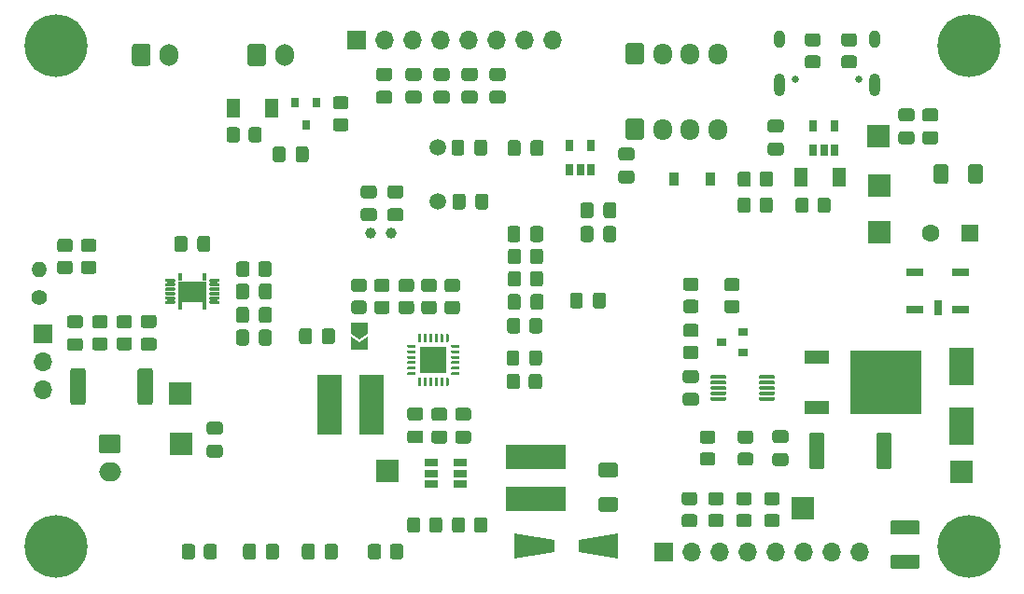
<source format=gbr>
G04 #@! TF.GenerationSoftware,KiCad,Pcbnew,5.1.8*
G04 #@! TF.CreationDate,2020-11-19T15:54:23+08:00*
G04 #@! TF.ProjectId,Main,4d61696e-2e6b-4696-9361-645f70636258,rev?*
G04 #@! TF.SameCoordinates,Original*
G04 #@! TF.FileFunction,Soldermask,Top*
G04 #@! TF.FilePolarity,Negative*
%FSLAX46Y46*%
G04 Gerber Fmt 4.6, Leading zero omitted, Abs format (unit mm)*
G04 Created by KiCad (PCBNEW 5.1.8) date 2020-11-19 15:54:23*
%MOMM*%
%LPD*%
G01*
G04 APERTURE LIST*
%ADD10R,0.900000X1.200000*%
%ADD11R,1.300000X1.700000*%
%ADD12C,0.100000*%
%ADD13O,1.700000X1.700000*%
%ADD14R,1.700000X1.700000*%
%ADD15R,2.000000X2.000000*%
%ADD16O,1.700000X1.950000*%
%ADD17O,1.400000X1.400000*%
%ADD18C,1.400000*%
%ADD19R,2.250000X5.500000*%
%ADD20C,1.500000*%
%ADD21C,1.000000*%
%ADD22O,1.700000X2.000000*%
%ADD23R,2.450000X2.450000*%
%ADD24R,0.650000X1.060000*%
%ADD25R,2.600000X1.950000*%
%ADD26R,0.400000X0.675000*%
%ADD27O,0.950000X0.300000*%
%ADD28R,0.400000X0.575000*%
%ADD29R,1.600000X0.700000*%
%ADD30R,0.700000X1.450000*%
%ADD31R,1.600000X1.600000*%
%ADD32C,1.600000*%
%ADD33R,5.500000X2.250000*%
%ADD34R,1.220000X0.650000*%
%ADD35R,2.200000X1.200000*%
%ADD36R,6.400000X5.800000*%
%ADD37R,0.900000X0.800000*%
%ADD38R,0.800000X0.900000*%
%ADD39O,1.000000X2.100000*%
%ADD40O,1.000000X1.600000*%
%ADD41C,0.650000*%
%ADD42C,5.700000*%
%ADD43R,2.300000X3.500000*%
%ADD44O,2.000000X1.700000*%
G04 APERTURE END LIST*
D10*
G04 #@! TO.C,D7*
X200051400Y-85039200D03*
X203351400Y-85039200D03*
G04 #@! TD*
D11*
G04 #@! TO.C,D6*
X215021100Y-84861400D03*
X211521100Y-84861400D03*
G04 #@! TD*
G04 #@! TO.C,R19*
G36*
G01*
X186890100Y-98811501D02*
X186890100Y-97911499D01*
G75*
G02*
X187140099Y-97661500I249999J0D01*
G01*
X187840101Y-97661500D01*
G75*
G02*
X188090100Y-97911499I0J-249999D01*
G01*
X188090100Y-98811501D01*
G75*
G02*
X187840101Y-99061500I-249999J0D01*
G01*
X187140099Y-99061500D01*
G75*
G02*
X186890100Y-98811501I0J249999D01*
G01*
G37*
G36*
G01*
X184890100Y-98811501D02*
X184890100Y-97911499D01*
G75*
G02*
X185140099Y-97661500I249999J0D01*
G01*
X185840101Y-97661500D01*
G75*
G02*
X186090100Y-97911499I0J-249999D01*
G01*
X186090100Y-98811501D01*
G75*
G02*
X185840101Y-99061500I-249999J0D01*
G01*
X185140099Y-99061500D01*
G75*
G02*
X184890100Y-98811501I0J249999D01*
G01*
G37*
G04 #@! TD*
G04 #@! TO.C,C43*
G36*
G01*
X193617000Y-90518000D02*
X193617000Y-89568000D01*
G75*
G02*
X193867000Y-89318000I250000J0D01*
G01*
X194542000Y-89318000D01*
G75*
G02*
X194792000Y-89568000I0J-250000D01*
G01*
X194792000Y-90518000D01*
G75*
G02*
X194542000Y-90768000I-250000J0D01*
G01*
X193867000Y-90768000D01*
G75*
G02*
X193617000Y-90518000I0J250000D01*
G01*
G37*
G36*
G01*
X191542000Y-90518000D02*
X191542000Y-89568000D01*
G75*
G02*
X191792000Y-89318000I250000J0D01*
G01*
X192467000Y-89318000D01*
G75*
G02*
X192717000Y-89568000I0J-250000D01*
G01*
X192717000Y-90518000D01*
G75*
G02*
X192467000Y-90768000I-250000J0D01*
G01*
X191792000Y-90768000D01*
G75*
G02*
X191542000Y-90518000I0J250000D01*
G01*
G37*
G04 #@! TD*
G04 #@! TO.C,R49*
G36*
G01*
X146488999Y-92475000D02*
X147389001Y-92475000D01*
G75*
G02*
X147639000Y-92724999I0J-249999D01*
G01*
X147639000Y-93425001D01*
G75*
G02*
X147389001Y-93675000I-249999J0D01*
G01*
X146488999Y-93675000D01*
G75*
G02*
X146239000Y-93425001I0J249999D01*
G01*
X146239000Y-92724999D01*
G75*
G02*
X146488999Y-92475000I249999J0D01*
G01*
G37*
G36*
G01*
X146488999Y-90475000D02*
X147389001Y-90475000D01*
G75*
G02*
X147639000Y-90724999I0J-249999D01*
G01*
X147639000Y-91425001D01*
G75*
G02*
X147389001Y-91675000I-249999J0D01*
G01*
X146488999Y-91675000D01*
G75*
G02*
X146239000Y-91425001I0J249999D01*
G01*
X146239000Y-90724999D01*
G75*
G02*
X146488999Y-90475000I249999J0D01*
G01*
G37*
G04 #@! TD*
G04 #@! TO.C,R12*
G36*
G01*
X144329999Y-92475000D02*
X145230001Y-92475000D01*
G75*
G02*
X145480000Y-92724999I0J-249999D01*
G01*
X145480000Y-93425001D01*
G75*
G02*
X145230001Y-93675000I-249999J0D01*
G01*
X144329999Y-93675000D01*
G75*
G02*
X144080000Y-93425001I0J249999D01*
G01*
X144080000Y-92724999D01*
G75*
G02*
X144329999Y-92475000I249999J0D01*
G01*
G37*
G36*
G01*
X144329999Y-90475000D02*
X145230001Y-90475000D01*
G75*
G02*
X145480000Y-90724999I0J-249999D01*
G01*
X145480000Y-91425001D01*
G75*
G02*
X145230001Y-91675000I-249999J0D01*
G01*
X144329999Y-91675000D01*
G75*
G02*
X144080000Y-91425001I0J249999D01*
G01*
X144080000Y-90724999D01*
G75*
G02*
X144329999Y-90475000I249999J0D01*
G01*
G37*
G04 #@! TD*
G04 #@! TO.C,R11*
G36*
G01*
X162325000Y-93668001D02*
X162325000Y-92767999D01*
G75*
G02*
X162574999Y-92518000I249999J0D01*
G01*
X163275001Y-92518000D01*
G75*
G02*
X163525000Y-92767999I0J-249999D01*
G01*
X163525000Y-93668001D01*
G75*
G02*
X163275001Y-93918000I-249999J0D01*
G01*
X162574999Y-93918000D01*
G75*
G02*
X162325000Y-93668001I0J249999D01*
G01*
G37*
G36*
G01*
X160325000Y-93668001D02*
X160325000Y-92767999D01*
G75*
G02*
X160574999Y-92518000I249999J0D01*
G01*
X161275001Y-92518000D01*
G75*
G02*
X161525000Y-92767999I0J-249999D01*
G01*
X161525000Y-93668001D01*
G75*
G02*
X161275001Y-93918000I-249999J0D01*
G01*
X160574999Y-93918000D01*
G75*
G02*
X160325000Y-93668001I0J249999D01*
G01*
G37*
G04 #@! TD*
G04 #@! TO.C,C25*
G36*
G01*
X156787000Y-91407000D02*
X156787000Y-90457000D01*
G75*
G02*
X157037000Y-90207000I250000J0D01*
G01*
X157712000Y-90207000D01*
G75*
G02*
X157962000Y-90457000I0J-250000D01*
G01*
X157962000Y-91407000D01*
G75*
G02*
X157712000Y-91657000I-250000J0D01*
G01*
X157037000Y-91657000D01*
G75*
G02*
X156787000Y-91407000I0J250000D01*
G01*
G37*
G36*
G01*
X154712000Y-91407000D02*
X154712000Y-90457000D01*
G75*
G02*
X154962000Y-90207000I250000J0D01*
G01*
X155637000Y-90207000D01*
G75*
G02*
X155887000Y-90457000I0J-250000D01*
G01*
X155887000Y-91407000D01*
G75*
G02*
X155637000Y-91657000I-250000J0D01*
G01*
X154962000Y-91657000D01*
G75*
G02*
X154712000Y-91407000I0J250000D01*
G01*
G37*
G04 #@! TD*
G04 #@! TO.C,C22*
G36*
G01*
X162375000Y-99916000D02*
X162375000Y-98966000D01*
G75*
G02*
X162625000Y-98716000I250000J0D01*
G01*
X163300000Y-98716000D01*
G75*
G02*
X163550000Y-98966000I0J-250000D01*
G01*
X163550000Y-99916000D01*
G75*
G02*
X163300000Y-100166000I-250000J0D01*
G01*
X162625000Y-100166000D01*
G75*
G02*
X162375000Y-99916000I0J250000D01*
G01*
G37*
G36*
G01*
X160300000Y-99916000D02*
X160300000Y-98966000D01*
G75*
G02*
X160550000Y-98716000I250000J0D01*
G01*
X161225000Y-98716000D01*
G75*
G02*
X161475000Y-98966000I0J-250000D01*
G01*
X161475000Y-99916000D01*
G75*
G02*
X161225000Y-100166000I-250000J0D01*
G01*
X160550000Y-100166000D01*
G75*
G02*
X160300000Y-99916000I0J250000D01*
G01*
G37*
G04 #@! TD*
D12*
G04 #@! TO.C,JP1*
G36*
X171513500Y-99589000D02*
G01*
X170763500Y-99089000D01*
X170763500Y-98089000D01*
X172263500Y-98089000D01*
X172263500Y-99089000D01*
X171513500Y-99589000D01*
G37*
G36*
X170763500Y-100539000D02*
G01*
X170763500Y-99389000D01*
X171513500Y-99889000D01*
X172263500Y-99389000D01*
X172263500Y-100539000D01*
X170763500Y-100539000D01*
G37*
G04 #@! TD*
D13*
G04 #@! TO.C,J5*
X142748000Y-104140000D03*
X142748000Y-101600000D03*
D14*
X142748000Y-99060000D03*
G04 #@! TD*
G04 #@! TO.C,R48*
G36*
G01*
X206991000Y-86964099D02*
X206991000Y-87864101D01*
G75*
G02*
X206741001Y-88114100I-249999J0D01*
G01*
X206040999Y-88114100D01*
G75*
G02*
X205791000Y-87864101I0J249999D01*
G01*
X205791000Y-86964099D01*
G75*
G02*
X206040999Y-86714100I249999J0D01*
G01*
X206741001Y-86714100D01*
G75*
G02*
X206991000Y-86964099I0J-249999D01*
G01*
G37*
G36*
G01*
X208991000Y-86964099D02*
X208991000Y-87864101D01*
G75*
G02*
X208741001Y-88114100I-249999J0D01*
G01*
X208040999Y-88114100D01*
G75*
G02*
X207791000Y-87864101I0J249999D01*
G01*
X207791000Y-86964099D01*
G75*
G02*
X208040999Y-86714100I249999J0D01*
G01*
X208741001Y-86714100D01*
G75*
G02*
X208991000Y-86964099I0J-249999D01*
G01*
G37*
G04 #@! TD*
G04 #@! TO.C,R46*
G36*
G01*
X207003700Y-84601899D02*
X207003700Y-85501901D01*
G75*
G02*
X206753701Y-85751900I-249999J0D01*
G01*
X206053699Y-85751900D01*
G75*
G02*
X205803700Y-85501901I0J249999D01*
G01*
X205803700Y-84601899D01*
G75*
G02*
X206053699Y-84351900I249999J0D01*
G01*
X206753701Y-84351900D01*
G75*
G02*
X207003700Y-84601899I0J-249999D01*
G01*
G37*
G36*
G01*
X209003700Y-84601899D02*
X209003700Y-85501901D01*
G75*
G02*
X208753701Y-85751900I-249999J0D01*
G01*
X208053699Y-85751900D01*
G75*
G02*
X207803700Y-85501901I0J249999D01*
G01*
X207803700Y-84601899D01*
G75*
G02*
X208053699Y-84351900I249999J0D01*
G01*
X208753701Y-84351900D01*
G75*
G02*
X209003700Y-84601899I0J-249999D01*
G01*
G37*
G04 #@! TD*
G04 #@! TO.C,R47*
G36*
G01*
X169348999Y-79521000D02*
X170249001Y-79521000D01*
G75*
G02*
X170499000Y-79770999I0J-249999D01*
G01*
X170499000Y-80471001D01*
G75*
G02*
X170249001Y-80721000I-249999J0D01*
G01*
X169348999Y-80721000D01*
G75*
G02*
X169099000Y-80471001I0J249999D01*
G01*
X169099000Y-79770999D01*
G75*
G02*
X169348999Y-79521000I249999J0D01*
G01*
G37*
G36*
G01*
X169348999Y-77521000D02*
X170249001Y-77521000D01*
G75*
G02*
X170499000Y-77770999I0J-249999D01*
G01*
X170499000Y-78471001D01*
G75*
G02*
X170249001Y-78721000I-249999J0D01*
G01*
X169348999Y-78721000D01*
G75*
G02*
X169099000Y-78471001I0J249999D01*
G01*
X169099000Y-77770999D01*
G75*
G02*
X169348999Y-77521000I249999J0D01*
G01*
G37*
G04 #@! TD*
D15*
G04 #@! TO.C,TP8*
X155194000Y-104521000D03*
G04 #@! TD*
D16*
G04 #@! TO.C,J2*
X203969000Y-73660000D03*
X201469000Y-73660000D03*
X198969000Y-73660000D03*
G36*
G01*
X195619000Y-74385000D02*
X195619000Y-72935000D01*
G75*
G02*
X195869000Y-72685000I250000J0D01*
G01*
X197069000Y-72685000D01*
G75*
G02*
X197319000Y-72935000I0J-250000D01*
G01*
X197319000Y-74385000D01*
G75*
G02*
X197069000Y-74635000I-250000J0D01*
G01*
X195869000Y-74635000D01*
G75*
G02*
X195619000Y-74385000I0J250000D01*
G01*
G37*
G04 #@! TD*
G04 #@! TO.C,J1*
X203969000Y-80518000D03*
X201469000Y-80518000D03*
X198969000Y-80518000D03*
G36*
G01*
X195619000Y-81243000D02*
X195619000Y-79793000D01*
G75*
G02*
X195869000Y-79543000I250000J0D01*
G01*
X197069000Y-79543000D01*
G75*
G02*
X197319000Y-79793000I0J-250000D01*
G01*
X197319000Y-81243000D01*
G75*
G02*
X197069000Y-81493000I-250000J0D01*
G01*
X195869000Y-81493000D01*
G75*
G02*
X195619000Y-81243000I0J250000D01*
G01*
G37*
G04 #@! TD*
G04 #@! TO.C,R43*
G36*
G01*
X200971999Y-115462000D02*
X201872001Y-115462000D01*
G75*
G02*
X202122000Y-115711999I0J-249999D01*
G01*
X202122000Y-116412001D01*
G75*
G02*
X201872001Y-116662000I-249999J0D01*
G01*
X200971999Y-116662000D01*
G75*
G02*
X200722000Y-116412001I0J249999D01*
G01*
X200722000Y-115711999D01*
G75*
G02*
X200971999Y-115462000I249999J0D01*
G01*
G37*
G36*
G01*
X200971999Y-113462000D02*
X201872001Y-113462000D01*
G75*
G02*
X202122000Y-113711999I0J-249999D01*
G01*
X202122000Y-114412001D01*
G75*
G02*
X201872001Y-114662000I-249999J0D01*
G01*
X200971999Y-114662000D01*
G75*
G02*
X200722000Y-114412001I0J249999D01*
G01*
X200722000Y-113711999D01*
G75*
G02*
X200971999Y-113462000I249999J0D01*
G01*
G37*
G04 #@! TD*
G04 #@! TO.C,R42*
G36*
G01*
X203384999Y-115462000D02*
X204285001Y-115462000D01*
G75*
G02*
X204535000Y-115711999I0J-249999D01*
G01*
X204535000Y-116412001D01*
G75*
G02*
X204285001Y-116662000I-249999J0D01*
G01*
X203384999Y-116662000D01*
G75*
G02*
X203135000Y-116412001I0J249999D01*
G01*
X203135000Y-115711999D01*
G75*
G02*
X203384999Y-115462000I249999J0D01*
G01*
G37*
G36*
G01*
X203384999Y-113462000D02*
X204285001Y-113462000D01*
G75*
G02*
X204535000Y-113711999I0J-249999D01*
G01*
X204535000Y-114412001D01*
G75*
G02*
X204285001Y-114662000I-249999J0D01*
G01*
X203384999Y-114662000D01*
G75*
G02*
X203135000Y-114412001I0J249999D01*
G01*
X203135000Y-113711999D01*
G75*
G02*
X203384999Y-113462000I249999J0D01*
G01*
G37*
G04 #@! TD*
G04 #@! TO.C,R41*
G36*
G01*
X205924999Y-115462000D02*
X206825001Y-115462000D01*
G75*
G02*
X207075000Y-115711999I0J-249999D01*
G01*
X207075000Y-116412001D01*
G75*
G02*
X206825001Y-116662000I-249999J0D01*
G01*
X205924999Y-116662000D01*
G75*
G02*
X205675000Y-116412001I0J249999D01*
G01*
X205675000Y-115711999D01*
G75*
G02*
X205924999Y-115462000I249999J0D01*
G01*
G37*
G36*
G01*
X205924999Y-113462000D02*
X206825001Y-113462000D01*
G75*
G02*
X207075000Y-113711999I0J-249999D01*
G01*
X207075000Y-114412001D01*
G75*
G02*
X206825001Y-114662000I-249999J0D01*
G01*
X205924999Y-114662000D01*
G75*
G02*
X205675000Y-114412001I0J249999D01*
G01*
X205675000Y-113711999D01*
G75*
G02*
X205924999Y-113462000I249999J0D01*
G01*
G37*
G04 #@! TD*
G04 #@! TO.C,R40*
G36*
G01*
X208464999Y-115462000D02*
X209365001Y-115462000D01*
G75*
G02*
X209615000Y-115711999I0J-249999D01*
G01*
X209615000Y-116412001D01*
G75*
G02*
X209365001Y-116662000I-249999J0D01*
G01*
X208464999Y-116662000D01*
G75*
G02*
X208215000Y-116412001I0J249999D01*
G01*
X208215000Y-115711999D01*
G75*
G02*
X208464999Y-115462000I249999J0D01*
G01*
G37*
G36*
G01*
X208464999Y-113462000D02*
X209365001Y-113462000D01*
G75*
G02*
X209615000Y-113711999I0J-249999D01*
G01*
X209615000Y-114412001D01*
G75*
G02*
X209365001Y-114662000I-249999J0D01*
G01*
X208464999Y-114662000D01*
G75*
G02*
X208215000Y-114412001I0J249999D01*
G01*
X208215000Y-113711999D01*
G75*
G02*
X208464999Y-113462000I249999J0D01*
G01*
G37*
G04 #@! TD*
G04 #@! TO.C,R35*
G36*
G01*
X206952001Y-109074000D02*
X206051999Y-109074000D01*
G75*
G02*
X205802000Y-108824001I0J249999D01*
G01*
X205802000Y-108123999D01*
G75*
G02*
X206051999Y-107874000I249999J0D01*
G01*
X206952001Y-107874000D01*
G75*
G02*
X207202000Y-108123999I0J-249999D01*
G01*
X207202000Y-108824001D01*
G75*
G02*
X206952001Y-109074000I-249999J0D01*
G01*
G37*
G36*
G01*
X206952001Y-111074000D02*
X206051999Y-111074000D01*
G75*
G02*
X205802000Y-110824001I0J249999D01*
G01*
X205802000Y-110123999D01*
G75*
G02*
X206051999Y-109874000I249999J0D01*
G01*
X206952001Y-109874000D01*
G75*
G02*
X207202000Y-110123999I0J-249999D01*
G01*
X207202000Y-110824001D01*
G75*
G02*
X206952001Y-111074000I-249999J0D01*
G01*
G37*
G04 #@! TD*
G04 #@! TO.C,R34*
G36*
G01*
X202622999Y-109874000D02*
X203523001Y-109874000D01*
G75*
G02*
X203773000Y-110123999I0J-249999D01*
G01*
X203773000Y-110824001D01*
G75*
G02*
X203523001Y-111074000I-249999J0D01*
G01*
X202622999Y-111074000D01*
G75*
G02*
X202373000Y-110824001I0J249999D01*
G01*
X202373000Y-110123999D01*
G75*
G02*
X202622999Y-109874000I249999J0D01*
G01*
G37*
G36*
G01*
X202622999Y-107874000D02*
X203523001Y-107874000D01*
G75*
G02*
X203773000Y-108123999I0J-249999D01*
G01*
X203773000Y-108824001D01*
G75*
G02*
X203523001Y-109074000I-249999J0D01*
G01*
X202622999Y-109074000D01*
G75*
G02*
X202373000Y-108824001I0J249999D01*
G01*
X202373000Y-108123999D01*
G75*
G02*
X202622999Y-107874000I249999J0D01*
G01*
G37*
G04 #@! TD*
G04 #@! TO.C,R33*
G36*
G01*
X218377000Y-111153001D02*
X218377000Y-108302999D01*
G75*
G02*
X218626999Y-108053000I249999J0D01*
G01*
X219527001Y-108053000D01*
G75*
G02*
X219777000Y-108302999I0J-249999D01*
G01*
X219777000Y-111153001D01*
G75*
G02*
X219527001Y-111403000I-249999J0D01*
G01*
X218626999Y-111403000D01*
G75*
G02*
X218377000Y-111153001I0J249999D01*
G01*
G37*
G36*
G01*
X212277000Y-111153001D02*
X212277000Y-108302999D01*
G75*
G02*
X212526999Y-108053000I249999J0D01*
G01*
X213427001Y-108053000D01*
G75*
G02*
X213677000Y-108302999I0J-249999D01*
G01*
X213677000Y-111153001D01*
G75*
G02*
X213427001Y-111403000I-249999J0D01*
G01*
X212526999Y-111403000D01*
G75*
G02*
X212277000Y-111153001I0J249999D01*
G01*
G37*
G04 #@! TD*
G04 #@! TO.C,R32*
G36*
G01*
X177019000Y-116008999D02*
X177019000Y-116909001D01*
G75*
G02*
X176769001Y-117159000I-249999J0D01*
G01*
X176068999Y-117159000D01*
G75*
G02*
X175819000Y-116909001I0J249999D01*
G01*
X175819000Y-116008999D01*
G75*
G02*
X176068999Y-115759000I249999J0D01*
G01*
X176769001Y-115759000D01*
G75*
G02*
X177019000Y-116008999I0J-249999D01*
G01*
G37*
G36*
G01*
X179019000Y-116008999D02*
X179019000Y-116909001D01*
G75*
G02*
X178769001Y-117159000I-249999J0D01*
G01*
X178068999Y-117159000D01*
G75*
G02*
X177819000Y-116909001I0J249999D01*
G01*
X177819000Y-116008999D01*
G75*
G02*
X178068999Y-115759000I249999J0D01*
G01*
X178769001Y-115759000D01*
G75*
G02*
X179019000Y-116008999I0J-249999D01*
G01*
G37*
G04 #@! TD*
G04 #@! TO.C,R31*
G36*
G01*
X181092000Y-116008999D02*
X181092000Y-116909001D01*
G75*
G02*
X180842001Y-117159000I-249999J0D01*
G01*
X180141999Y-117159000D01*
G75*
G02*
X179892000Y-116909001I0J249999D01*
G01*
X179892000Y-116008999D01*
G75*
G02*
X180141999Y-115759000I249999J0D01*
G01*
X180842001Y-115759000D01*
G75*
G02*
X181092000Y-116008999I0J-249999D01*
G01*
G37*
G36*
G01*
X183092000Y-116008999D02*
X183092000Y-116909001D01*
G75*
G02*
X182842001Y-117159000I-249999J0D01*
G01*
X182141999Y-117159000D01*
G75*
G02*
X181892000Y-116909001I0J249999D01*
G01*
X181892000Y-116008999D01*
G75*
G02*
X182141999Y-115759000I249999J0D01*
G01*
X182842001Y-115759000D01*
G75*
G02*
X183092000Y-116008999I0J-249999D01*
G01*
G37*
G04 #@! TD*
G04 #@! TO.C,R30*
G36*
G01*
X201999001Y-95205600D02*
X201098999Y-95205600D01*
G75*
G02*
X200849000Y-94955601I0J249999D01*
G01*
X200849000Y-94255599D01*
G75*
G02*
X201098999Y-94005600I249999J0D01*
G01*
X201999001Y-94005600D01*
G75*
G02*
X202249000Y-94255599I0J-249999D01*
G01*
X202249000Y-94955601D01*
G75*
G02*
X201999001Y-95205600I-249999J0D01*
G01*
G37*
G36*
G01*
X201999001Y-97205600D02*
X201098999Y-97205600D01*
G75*
G02*
X200849000Y-96955601I0J249999D01*
G01*
X200849000Y-96255599D01*
G75*
G02*
X201098999Y-96005600I249999J0D01*
G01*
X201999001Y-96005600D01*
G75*
G02*
X202249000Y-96255599I0J-249999D01*
G01*
X202249000Y-96955601D01*
G75*
G02*
X201999001Y-97205600I-249999J0D01*
G01*
G37*
G04 #@! TD*
G04 #@! TO.C,R29*
G36*
G01*
X201999001Y-99396600D02*
X201098999Y-99396600D01*
G75*
G02*
X200849000Y-99146601I0J249999D01*
G01*
X200849000Y-98446599D01*
G75*
G02*
X201098999Y-98196600I249999J0D01*
G01*
X201999001Y-98196600D01*
G75*
G02*
X202249000Y-98446599I0J-249999D01*
G01*
X202249000Y-99146601D01*
G75*
G02*
X201999001Y-99396600I-249999J0D01*
G01*
G37*
G36*
G01*
X201999001Y-101396600D02*
X201098999Y-101396600D01*
G75*
G02*
X200849000Y-101146601I0J249999D01*
G01*
X200849000Y-100446599D01*
G75*
G02*
X201098999Y-100196600I249999J0D01*
G01*
X201999001Y-100196600D01*
G75*
G02*
X202249000Y-100446599I0J-249999D01*
G01*
X202249000Y-101146601D01*
G75*
G02*
X201999001Y-101396600I-249999J0D01*
G01*
G37*
G04 #@! TD*
G04 #@! TO.C,R27*
G36*
G01*
X205732801Y-95231000D02*
X204832799Y-95231000D01*
G75*
G02*
X204582800Y-94981001I0J249999D01*
G01*
X204582800Y-94280999D01*
G75*
G02*
X204832799Y-94031000I249999J0D01*
G01*
X205732801Y-94031000D01*
G75*
G02*
X205982800Y-94280999I0J-249999D01*
G01*
X205982800Y-94981001D01*
G75*
G02*
X205732801Y-95231000I-249999J0D01*
G01*
G37*
G36*
G01*
X205732801Y-97231000D02*
X204832799Y-97231000D01*
G75*
G02*
X204582800Y-96981001I0J249999D01*
G01*
X204582800Y-96280999D01*
G75*
G02*
X204832799Y-96031000I249999J0D01*
G01*
X205732801Y-96031000D01*
G75*
G02*
X205982800Y-96280999I0J-249999D01*
G01*
X205982800Y-96981001D01*
G75*
G02*
X205732801Y-97231000I-249999J0D01*
G01*
G37*
G04 #@! TD*
G04 #@! TO.C,R18*
G36*
G01*
X170999999Y-94094500D02*
X171900001Y-94094500D01*
G75*
G02*
X172150000Y-94344499I0J-249999D01*
G01*
X172150000Y-95044501D01*
G75*
G02*
X171900001Y-95294500I-249999J0D01*
G01*
X170999999Y-95294500D01*
G75*
G02*
X170750000Y-95044501I0J249999D01*
G01*
X170750000Y-94344499D01*
G75*
G02*
X170999999Y-94094500I249999J0D01*
G01*
G37*
G36*
G01*
X170999999Y-96094500D02*
X171900001Y-96094500D01*
G75*
G02*
X172150000Y-96344499I0J-249999D01*
G01*
X172150000Y-97044501D01*
G75*
G02*
X171900001Y-97294500I-249999J0D01*
G01*
X170999999Y-97294500D01*
G75*
G02*
X170750000Y-97044501I0J249999D01*
G01*
X170750000Y-96344499D01*
G75*
G02*
X170999999Y-96094500I249999J0D01*
G01*
G37*
G04 #@! TD*
G04 #@! TO.C,R16*
G36*
G01*
X151371800Y-105311001D02*
X151371800Y-102460999D01*
G75*
G02*
X151621799Y-102211000I249999J0D01*
G01*
X152521801Y-102211000D01*
G75*
G02*
X152771800Y-102460999I0J-249999D01*
G01*
X152771800Y-105311001D01*
G75*
G02*
X152521801Y-105561000I-249999J0D01*
G01*
X151621799Y-105561000D01*
G75*
G02*
X151371800Y-105311001I0J249999D01*
G01*
G37*
G36*
G01*
X145271800Y-105311001D02*
X145271800Y-102460999D01*
G75*
G02*
X145521799Y-102211000I249999J0D01*
G01*
X146421801Y-102211000D01*
G75*
G02*
X146671800Y-102460999I0J-249999D01*
G01*
X146671800Y-105311001D01*
G75*
G02*
X146421801Y-105561000I-249999J0D01*
G01*
X145521799Y-105561000D01*
G75*
G02*
X145271800Y-105311001I0J249999D01*
G01*
G37*
G04 #@! TD*
G04 #@! TO.C,R15*
G36*
G01*
X213048001Y-73006000D02*
X212147999Y-73006000D01*
G75*
G02*
X211898000Y-72756001I0J249999D01*
G01*
X211898000Y-72055999D01*
G75*
G02*
X212147999Y-71806000I249999J0D01*
G01*
X213048001Y-71806000D01*
G75*
G02*
X213298000Y-72055999I0J-249999D01*
G01*
X213298000Y-72756001D01*
G75*
G02*
X213048001Y-73006000I-249999J0D01*
G01*
G37*
G36*
G01*
X213048001Y-75006000D02*
X212147999Y-75006000D01*
G75*
G02*
X211898000Y-74756001I0J249999D01*
G01*
X211898000Y-74055999D01*
G75*
G02*
X212147999Y-73806000I249999J0D01*
G01*
X213048001Y-73806000D01*
G75*
G02*
X213298000Y-74055999I0J-249999D01*
G01*
X213298000Y-74756001D01*
G75*
G02*
X213048001Y-75006000I-249999J0D01*
G01*
G37*
G04 #@! TD*
G04 #@! TO.C,R14*
G36*
G01*
X216350001Y-73006000D02*
X215449999Y-73006000D01*
G75*
G02*
X215200000Y-72756001I0J249999D01*
G01*
X215200000Y-72055999D01*
G75*
G02*
X215449999Y-71806000I249999J0D01*
G01*
X216350001Y-71806000D01*
G75*
G02*
X216600000Y-72055999I0J-249999D01*
G01*
X216600000Y-72756001D01*
G75*
G02*
X216350001Y-73006000I-249999J0D01*
G01*
G37*
G36*
G01*
X216350001Y-75006000D02*
X215449999Y-75006000D01*
G75*
G02*
X215200000Y-74756001I0J249999D01*
G01*
X215200000Y-74055999D01*
G75*
G02*
X215449999Y-73806000I249999J0D01*
G01*
X216350001Y-73806000D01*
G75*
G02*
X216600000Y-74055999I0J-249999D01*
G01*
X216600000Y-74756001D01*
G75*
G02*
X216350001Y-75006000I-249999J0D01*
G01*
G37*
G04 #@! TD*
G04 #@! TO.C,R13*
G36*
G01*
X186950300Y-92525001D02*
X186950300Y-91624999D01*
G75*
G02*
X187200299Y-91375000I249999J0D01*
G01*
X187900301Y-91375000D01*
G75*
G02*
X188150300Y-91624999I0J-249999D01*
G01*
X188150300Y-92525001D01*
G75*
G02*
X187900301Y-92775000I-249999J0D01*
G01*
X187200299Y-92775000D01*
G75*
G02*
X186950300Y-92525001I0J249999D01*
G01*
G37*
G36*
G01*
X184950300Y-92525001D02*
X184950300Y-91624999D01*
G75*
G02*
X185200299Y-91375000I249999J0D01*
G01*
X185900301Y-91375000D01*
G75*
G02*
X186150300Y-91624999I0J-249999D01*
G01*
X186150300Y-92525001D01*
G75*
G02*
X185900301Y-92775000I-249999J0D01*
G01*
X185200299Y-92775000D01*
G75*
G02*
X184950300Y-92525001I0J249999D01*
G01*
G37*
G04 #@! TD*
G04 #@! TO.C,R10*
G36*
G01*
X186950300Y-94557001D02*
X186950300Y-93656999D01*
G75*
G02*
X187200299Y-93407000I249999J0D01*
G01*
X187900301Y-93407000D01*
G75*
G02*
X188150300Y-93656999I0J-249999D01*
G01*
X188150300Y-94557001D01*
G75*
G02*
X187900301Y-94807000I-249999J0D01*
G01*
X187200299Y-94807000D01*
G75*
G02*
X186950300Y-94557001I0J249999D01*
G01*
G37*
G36*
G01*
X184950300Y-94557001D02*
X184950300Y-93656999D01*
G75*
G02*
X185200299Y-93407000I249999J0D01*
G01*
X185900301Y-93407000D01*
G75*
G02*
X186150300Y-93656999I0J-249999D01*
G01*
X186150300Y-94557001D01*
G75*
G02*
X185900301Y-94807000I-249999J0D01*
G01*
X185200299Y-94807000D01*
G75*
G02*
X184950300Y-94557001I0J249999D01*
G01*
G37*
G04 #@! TD*
G04 #@! TO.C,R3*
G36*
G01*
X157372000Y-119322001D02*
X157372000Y-118421999D01*
G75*
G02*
X157621999Y-118172000I249999J0D01*
G01*
X158322001Y-118172000D01*
G75*
G02*
X158572000Y-118421999I0J-249999D01*
G01*
X158572000Y-119322001D01*
G75*
G02*
X158322001Y-119572000I-249999J0D01*
G01*
X157621999Y-119572000D01*
G75*
G02*
X157372000Y-119322001I0J249999D01*
G01*
G37*
G36*
G01*
X155372000Y-119322001D02*
X155372000Y-118421999D01*
G75*
G02*
X155621999Y-118172000I249999J0D01*
G01*
X156322001Y-118172000D01*
G75*
G02*
X156572000Y-118421999I0J-249999D01*
G01*
X156572000Y-119322001D01*
G75*
G02*
X156322001Y-119572000I-249999J0D01*
G01*
X155621999Y-119572000D01*
G75*
G02*
X155372000Y-119322001I0J249999D01*
G01*
G37*
G04 #@! TD*
G04 #@! TO.C,R2*
G36*
G01*
X173463000Y-118421999D02*
X173463000Y-119322001D01*
G75*
G02*
X173213001Y-119572000I-249999J0D01*
G01*
X172512999Y-119572000D01*
G75*
G02*
X172263000Y-119322001I0J249999D01*
G01*
X172263000Y-118421999D01*
G75*
G02*
X172512999Y-118172000I249999J0D01*
G01*
X173213001Y-118172000D01*
G75*
G02*
X173463000Y-118421999I0J-249999D01*
G01*
G37*
G36*
G01*
X175463000Y-118421999D02*
X175463000Y-119322001D01*
G75*
G02*
X175213001Y-119572000I-249999J0D01*
G01*
X174512999Y-119572000D01*
G75*
G02*
X174263000Y-119322001I0J249999D01*
G01*
X174263000Y-118421999D01*
G75*
G02*
X174512999Y-118172000I249999J0D01*
G01*
X175213001Y-118172000D01*
G75*
G02*
X175463000Y-118421999I0J-249999D01*
G01*
G37*
G04 #@! TD*
G04 #@! TO.C,R1*
G36*
G01*
X160636000Y-80575999D02*
X160636000Y-81476001D01*
G75*
G02*
X160386001Y-81726000I-249999J0D01*
G01*
X159685999Y-81726000D01*
G75*
G02*
X159436000Y-81476001I0J249999D01*
G01*
X159436000Y-80575999D01*
G75*
G02*
X159685999Y-80326000I249999J0D01*
G01*
X160386001Y-80326000D01*
G75*
G02*
X160636000Y-80575999I0J-249999D01*
G01*
G37*
G36*
G01*
X162636000Y-80575999D02*
X162636000Y-81476001D01*
G75*
G02*
X162386001Y-81726000I-249999J0D01*
G01*
X161685999Y-81726000D01*
G75*
G02*
X161436000Y-81476001I0J249999D01*
G01*
X161436000Y-80575999D01*
G75*
G02*
X161685999Y-80326000I249999J0D01*
G01*
X162386001Y-80326000D01*
G75*
G02*
X162636000Y-80575999I0J-249999D01*
G01*
G37*
G04 #@! TD*
G04 #@! TO.C,C41*
G36*
G01*
X145219400Y-99484600D02*
X146169400Y-99484600D01*
G75*
G02*
X146419400Y-99734600I0J-250000D01*
G01*
X146419400Y-100409600D01*
G75*
G02*
X146169400Y-100659600I-250000J0D01*
G01*
X145219400Y-100659600D01*
G75*
G02*
X144969400Y-100409600I0J250000D01*
G01*
X144969400Y-99734600D01*
G75*
G02*
X145219400Y-99484600I250000J0D01*
G01*
G37*
G36*
G01*
X145219400Y-97409600D02*
X146169400Y-97409600D01*
G75*
G02*
X146419400Y-97659600I0J-250000D01*
G01*
X146419400Y-98334600D01*
G75*
G02*
X146169400Y-98584600I-250000J0D01*
G01*
X145219400Y-98584600D01*
G75*
G02*
X144969400Y-98334600I0J250000D01*
G01*
X144969400Y-97659600D01*
G75*
G02*
X145219400Y-97409600I250000J0D01*
G01*
G37*
G04 #@! TD*
G04 #@! TO.C,C40*
G36*
G01*
X151899600Y-99459200D02*
X152849600Y-99459200D01*
G75*
G02*
X153099600Y-99709200I0J-250000D01*
G01*
X153099600Y-100384200D01*
G75*
G02*
X152849600Y-100634200I-250000J0D01*
G01*
X151899600Y-100634200D01*
G75*
G02*
X151649600Y-100384200I0J250000D01*
G01*
X151649600Y-99709200D01*
G75*
G02*
X151899600Y-99459200I250000J0D01*
G01*
G37*
G36*
G01*
X151899600Y-97384200D02*
X152849600Y-97384200D01*
G75*
G02*
X153099600Y-97634200I0J-250000D01*
G01*
X153099600Y-98309200D01*
G75*
G02*
X152849600Y-98559200I-250000J0D01*
G01*
X151899600Y-98559200D01*
G75*
G02*
X151649600Y-98309200I0J250000D01*
G01*
X151649600Y-97634200D01*
G75*
G02*
X151899600Y-97384200I250000J0D01*
G01*
G37*
G04 #@! TD*
G04 #@! TO.C,C39*
G36*
G01*
X186113000Y-81757500D02*
X186113000Y-82707500D01*
G75*
G02*
X185863000Y-82957500I-250000J0D01*
G01*
X185188000Y-82957500D01*
G75*
G02*
X184938000Y-82707500I0J250000D01*
G01*
X184938000Y-81757500D01*
G75*
G02*
X185188000Y-81507500I250000J0D01*
G01*
X185863000Y-81507500D01*
G75*
G02*
X186113000Y-81757500I0J-250000D01*
G01*
G37*
G36*
G01*
X188188000Y-81757500D02*
X188188000Y-82707500D01*
G75*
G02*
X187938000Y-82957500I-250000J0D01*
G01*
X187263000Y-82957500D01*
G75*
G02*
X187013000Y-82707500I0J250000D01*
G01*
X187013000Y-81757500D01*
G75*
G02*
X187263000Y-81507500I250000J0D01*
G01*
X187938000Y-81507500D01*
G75*
G02*
X188188000Y-81757500I0J-250000D01*
G01*
G37*
G04 #@! TD*
G04 #@! TO.C,C38*
G36*
G01*
X219879997Y-119137000D02*
X222080003Y-119137000D01*
G75*
G02*
X222330000Y-119386997I0J-249997D01*
G01*
X222330000Y-120212003D01*
G75*
G02*
X222080003Y-120462000I-249997J0D01*
G01*
X219879997Y-120462000D01*
G75*
G02*
X219630000Y-120212003I0J249997D01*
G01*
X219630000Y-119386997D01*
G75*
G02*
X219879997Y-119137000I249997J0D01*
G01*
G37*
G36*
G01*
X219879997Y-116012000D02*
X222080003Y-116012000D01*
G75*
G02*
X222330000Y-116261997I0J-249997D01*
G01*
X222330000Y-117087003D01*
G75*
G02*
X222080003Y-117337000I-249997J0D01*
G01*
X219879997Y-117337000D01*
G75*
G02*
X219630000Y-117087003I0J249997D01*
G01*
X219630000Y-116261997D01*
G75*
G02*
X219879997Y-116012000I249997J0D01*
G01*
G37*
G04 #@! TD*
G04 #@! TO.C,C37*
G36*
G01*
X209202000Y-109924000D02*
X210152000Y-109924000D01*
G75*
G02*
X210402000Y-110174000I0J-250000D01*
G01*
X210402000Y-110849000D01*
G75*
G02*
X210152000Y-111099000I-250000J0D01*
G01*
X209202000Y-111099000D01*
G75*
G02*
X208952000Y-110849000I0J250000D01*
G01*
X208952000Y-110174000D01*
G75*
G02*
X209202000Y-109924000I250000J0D01*
G01*
G37*
G36*
G01*
X209202000Y-107849000D02*
X210152000Y-107849000D01*
G75*
G02*
X210402000Y-108099000I0J-250000D01*
G01*
X210402000Y-108774000D01*
G75*
G02*
X210152000Y-109024000I-250000J0D01*
G01*
X209202000Y-109024000D01*
G75*
G02*
X208952000Y-108774000I0J250000D01*
G01*
X208952000Y-108099000D01*
G75*
G02*
X209202000Y-107849000I250000J0D01*
G01*
G37*
G04 #@! TD*
G04 #@! TO.C,C36*
G36*
G01*
X196182000Y-83370000D02*
X195232000Y-83370000D01*
G75*
G02*
X194982000Y-83120000I0J250000D01*
G01*
X194982000Y-82445000D01*
G75*
G02*
X195232000Y-82195000I250000J0D01*
G01*
X196182000Y-82195000D01*
G75*
G02*
X196432000Y-82445000I0J-250000D01*
G01*
X196432000Y-83120000D01*
G75*
G02*
X196182000Y-83370000I-250000J0D01*
G01*
G37*
G36*
G01*
X196182000Y-85445000D02*
X195232000Y-85445000D01*
G75*
G02*
X194982000Y-85195000I0J250000D01*
G01*
X194982000Y-84520000D01*
G75*
G02*
X195232000Y-84270000I250000J0D01*
G01*
X196182000Y-84270000D01*
G75*
G02*
X196432000Y-84520000I0J-250000D01*
G01*
X196432000Y-85195000D01*
G75*
G02*
X196182000Y-85445000I-250000J0D01*
G01*
G37*
G04 #@! TD*
G04 #@! TO.C,C33*
G36*
G01*
X194706003Y-112130000D02*
X193405997Y-112130000D01*
G75*
G02*
X193156000Y-111880003I0J249997D01*
G01*
X193156000Y-111054997D01*
G75*
G02*
X193405997Y-110805000I249997J0D01*
G01*
X194706003Y-110805000D01*
G75*
G02*
X194956000Y-111054997I0J-249997D01*
G01*
X194956000Y-111880003D01*
G75*
G02*
X194706003Y-112130000I-249997J0D01*
G01*
G37*
G36*
G01*
X194706003Y-115255000D02*
X193405997Y-115255000D01*
G75*
G02*
X193156000Y-115005003I0J249997D01*
G01*
X193156000Y-114179997D01*
G75*
G02*
X193405997Y-113930000I249997J0D01*
G01*
X194706003Y-113930000D01*
G75*
G02*
X194956000Y-114179997I0J-249997D01*
G01*
X194956000Y-115005003D01*
G75*
G02*
X194706003Y-115255000I-249997J0D01*
G01*
G37*
G04 #@! TD*
G04 #@! TO.C,C32*
G36*
G01*
X224906000Y-83931997D02*
X224906000Y-85232003D01*
G75*
G02*
X224656003Y-85482000I-249997J0D01*
G01*
X223830997Y-85482000D01*
G75*
G02*
X223581000Y-85232003I0J249997D01*
G01*
X223581000Y-83931997D01*
G75*
G02*
X223830997Y-83682000I249997J0D01*
G01*
X224656003Y-83682000D01*
G75*
G02*
X224906000Y-83931997I0J-249997D01*
G01*
G37*
G36*
G01*
X228031000Y-83931997D02*
X228031000Y-85232003D01*
G75*
G02*
X227781003Y-85482000I-249997J0D01*
G01*
X226955997Y-85482000D01*
G75*
G02*
X226706000Y-85232003I0J249997D01*
G01*
X226706000Y-83931997D01*
G75*
G02*
X226955997Y-83682000I249997J0D01*
G01*
X227781003Y-83682000D01*
G75*
G02*
X228031000Y-83931997I0J-249997D01*
G01*
G37*
G04 #@! TD*
G04 #@! TO.C,C31*
G36*
G01*
X202024000Y-103563000D02*
X201074000Y-103563000D01*
G75*
G02*
X200824000Y-103313000I0J250000D01*
G01*
X200824000Y-102638000D01*
G75*
G02*
X201074000Y-102388000I250000J0D01*
G01*
X202024000Y-102388000D01*
G75*
G02*
X202274000Y-102638000I0J-250000D01*
G01*
X202274000Y-103313000D01*
G75*
G02*
X202024000Y-103563000I-250000J0D01*
G01*
G37*
G36*
G01*
X202024000Y-105638000D02*
X201074000Y-105638000D01*
G75*
G02*
X200824000Y-105388000I0J250000D01*
G01*
X200824000Y-104713000D01*
G75*
G02*
X201074000Y-104463000I250000J0D01*
G01*
X202024000Y-104463000D01*
G75*
G02*
X202274000Y-104713000I0J-250000D01*
G01*
X202274000Y-105388000D01*
G75*
G02*
X202024000Y-105638000I-250000J0D01*
G01*
G37*
G04 #@! TD*
G04 #@! TO.C,C29*
G36*
G01*
X168090000Y-99789000D02*
X168090000Y-98839000D01*
G75*
G02*
X168340000Y-98589000I250000J0D01*
G01*
X169015000Y-98589000D01*
G75*
G02*
X169265000Y-98839000I0J-250000D01*
G01*
X169265000Y-99789000D01*
G75*
G02*
X169015000Y-100039000I-250000J0D01*
G01*
X168340000Y-100039000D01*
G75*
G02*
X168090000Y-99789000I0J250000D01*
G01*
G37*
G36*
G01*
X166015000Y-99789000D02*
X166015000Y-98839000D01*
G75*
G02*
X166265000Y-98589000I250000J0D01*
G01*
X166940000Y-98589000D01*
G75*
G02*
X167190000Y-98839000I0J-250000D01*
G01*
X167190000Y-99789000D01*
G75*
G02*
X166940000Y-100039000I-250000J0D01*
G01*
X166265000Y-100039000D01*
G75*
G02*
X166015000Y-99789000I0J250000D01*
G01*
G37*
G04 #@! TD*
G04 #@! TO.C,C28*
G36*
G01*
X178264800Y-107892000D02*
X179214800Y-107892000D01*
G75*
G02*
X179464800Y-108142000I0J-250000D01*
G01*
X179464800Y-108817000D01*
G75*
G02*
X179214800Y-109067000I-250000J0D01*
G01*
X178264800Y-109067000D01*
G75*
G02*
X178014800Y-108817000I0J250000D01*
G01*
X178014800Y-108142000D01*
G75*
G02*
X178264800Y-107892000I250000J0D01*
G01*
G37*
G36*
G01*
X178264800Y-105817000D02*
X179214800Y-105817000D01*
G75*
G02*
X179464800Y-106067000I0J-250000D01*
G01*
X179464800Y-106742000D01*
G75*
G02*
X179214800Y-106992000I-250000J0D01*
G01*
X178264800Y-106992000D01*
G75*
G02*
X178014800Y-106742000I0J250000D01*
G01*
X178014800Y-106067000D01*
G75*
G02*
X178264800Y-105817000I250000J0D01*
G01*
G37*
G04 #@! TD*
G04 #@! TO.C,C26*
G36*
G01*
X180423800Y-107892000D02*
X181373800Y-107892000D01*
G75*
G02*
X181623800Y-108142000I0J-250000D01*
G01*
X181623800Y-108817000D01*
G75*
G02*
X181373800Y-109067000I-250000J0D01*
G01*
X180423800Y-109067000D01*
G75*
G02*
X180173800Y-108817000I0J250000D01*
G01*
X180173800Y-108142000D01*
G75*
G02*
X180423800Y-107892000I250000J0D01*
G01*
G37*
G36*
G01*
X180423800Y-105817000D02*
X181373800Y-105817000D01*
G75*
G02*
X181623800Y-106067000I0J-250000D01*
G01*
X181623800Y-106742000D01*
G75*
G02*
X181373800Y-106992000I-250000J0D01*
G01*
X180423800Y-106992000D01*
G75*
G02*
X180173800Y-106742000I0J250000D01*
G01*
X180173800Y-106067000D01*
G75*
G02*
X180423800Y-105817000I250000J0D01*
G01*
G37*
G04 #@! TD*
G04 #@! TO.C,C24*
G36*
G01*
X157894000Y-109162000D02*
X158844000Y-109162000D01*
G75*
G02*
X159094000Y-109412000I0J-250000D01*
G01*
X159094000Y-110087000D01*
G75*
G02*
X158844000Y-110337000I-250000J0D01*
G01*
X157894000Y-110337000D01*
G75*
G02*
X157644000Y-110087000I0J250000D01*
G01*
X157644000Y-109412000D01*
G75*
G02*
X157894000Y-109162000I250000J0D01*
G01*
G37*
G36*
G01*
X157894000Y-107087000D02*
X158844000Y-107087000D01*
G75*
G02*
X159094000Y-107337000I0J-250000D01*
G01*
X159094000Y-108012000D01*
G75*
G02*
X158844000Y-108262000I-250000J0D01*
G01*
X157894000Y-108262000D01*
G75*
G02*
X157644000Y-108012000I0J250000D01*
G01*
X157644000Y-107337000D01*
G75*
G02*
X157894000Y-107087000I250000J0D01*
G01*
G37*
G04 #@! TD*
G04 #@! TO.C,C23*
G36*
G01*
X162375000Y-95725000D02*
X162375000Y-94775000D01*
G75*
G02*
X162625000Y-94525000I250000J0D01*
G01*
X163300000Y-94525000D01*
G75*
G02*
X163550000Y-94775000I0J-250000D01*
G01*
X163550000Y-95725000D01*
G75*
G02*
X163300000Y-95975000I-250000J0D01*
G01*
X162625000Y-95975000D01*
G75*
G02*
X162375000Y-95725000I0J250000D01*
G01*
G37*
G36*
G01*
X160300000Y-95725000D02*
X160300000Y-94775000D01*
G75*
G02*
X160550000Y-94525000I250000J0D01*
G01*
X161225000Y-94525000D01*
G75*
G02*
X161475000Y-94775000I0J-250000D01*
G01*
X161475000Y-95725000D01*
G75*
G02*
X161225000Y-95975000I-250000J0D01*
G01*
X160550000Y-95975000D01*
G75*
G02*
X160300000Y-95725000I0J250000D01*
G01*
G37*
G04 #@! TD*
G04 #@! TO.C,C21*
G36*
G01*
X208770200Y-81730000D02*
X209720200Y-81730000D01*
G75*
G02*
X209970200Y-81980000I0J-250000D01*
G01*
X209970200Y-82655000D01*
G75*
G02*
X209720200Y-82905000I-250000J0D01*
G01*
X208770200Y-82905000D01*
G75*
G02*
X208520200Y-82655000I0J250000D01*
G01*
X208520200Y-81980000D01*
G75*
G02*
X208770200Y-81730000I250000J0D01*
G01*
G37*
G36*
G01*
X208770200Y-79655000D02*
X209720200Y-79655000D01*
G75*
G02*
X209970200Y-79905000I0J-250000D01*
G01*
X209970200Y-80580000D01*
G75*
G02*
X209720200Y-80830000I-250000J0D01*
G01*
X208770200Y-80830000D01*
G75*
G02*
X208520200Y-80580000I0J250000D01*
G01*
X208520200Y-79905000D01*
G75*
G02*
X208770200Y-79655000I250000J0D01*
G01*
G37*
G04 #@! TD*
G04 #@! TO.C,C20*
G36*
G01*
X222791000Y-80714000D02*
X223741000Y-80714000D01*
G75*
G02*
X223991000Y-80964000I0J-250000D01*
G01*
X223991000Y-81639000D01*
G75*
G02*
X223741000Y-81889000I-250000J0D01*
G01*
X222791000Y-81889000D01*
G75*
G02*
X222541000Y-81639000I0J250000D01*
G01*
X222541000Y-80964000D01*
G75*
G02*
X222791000Y-80714000I250000J0D01*
G01*
G37*
G36*
G01*
X222791000Y-78639000D02*
X223741000Y-78639000D01*
G75*
G02*
X223991000Y-78889000I0J-250000D01*
G01*
X223991000Y-79564000D01*
G75*
G02*
X223741000Y-79814000I-250000J0D01*
G01*
X222791000Y-79814000D01*
G75*
G02*
X222541000Y-79564000I0J250000D01*
G01*
X222541000Y-78889000D01*
G75*
G02*
X222791000Y-78639000I250000J0D01*
G01*
G37*
G04 #@! TD*
G04 #@! TO.C,C19*
G36*
G01*
X220632000Y-80714000D02*
X221582000Y-80714000D01*
G75*
G02*
X221832000Y-80964000I0J-250000D01*
G01*
X221832000Y-81639000D01*
G75*
G02*
X221582000Y-81889000I-250000J0D01*
G01*
X220632000Y-81889000D01*
G75*
G02*
X220382000Y-81639000I0J250000D01*
G01*
X220382000Y-80964000D01*
G75*
G02*
X220632000Y-80714000I250000J0D01*
G01*
G37*
G36*
G01*
X220632000Y-78639000D02*
X221582000Y-78639000D01*
G75*
G02*
X221832000Y-78889000I0J-250000D01*
G01*
X221832000Y-79564000D01*
G75*
G02*
X221582000Y-79814000I-250000J0D01*
G01*
X220632000Y-79814000D01*
G75*
G02*
X220382000Y-79564000I0J250000D01*
G01*
X220382000Y-78889000D01*
G75*
G02*
X220632000Y-78639000I250000J0D01*
G01*
G37*
G04 #@! TD*
G04 #@! TO.C,C18*
G36*
G01*
X162375000Y-97858600D02*
X162375000Y-96908600D01*
G75*
G02*
X162625000Y-96658600I250000J0D01*
G01*
X163300000Y-96658600D01*
G75*
G02*
X163550000Y-96908600I0J-250000D01*
G01*
X163550000Y-97858600D01*
G75*
G02*
X163300000Y-98108600I-250000J0D01*
G01*
X162625000Y-98108600D01*
G75*
G02*
X162375000Y-97858600I0J250000D01*
G01*
G37*
G36*
G01*
X160300000Y-97858600D02*
X160300000Y-96908600D01*
G75*
G02*
X160550000Y-96658600I250000J0D01*
G01*
X161225000Y-96658600D01*
G75*
G02*
X161475000Y-96908600I0J-250000D01*
G01*
X161475000Y-97858600D01*
G75*
G02*
X161225000Y-98108600I-250000J0D01*
G01*
X160550000Y-98108600D01*
G75*
G02*
X160300000Y-97858600I0J250000D01*
G01*
G37*
G04 #@! TD*
G04 #@! TO.C,C17*
G36*
G01*
X186991500Y-90518000D02*
X186991500Y-89568000D01*
G75*
G02*
X187241500Y-89318000I250000J0D01*
G01*
X187916500Y-89318000D01*
G75*
G02*
X188166500Y-89568000I0J-250000D01*
G01*
X188166500Y-90518000D01*
G75*
G02*
X187916500Y-90768000I-250000J0D01*
G01*
X187241500Y-90768000D01*
G75*
G02*
X186991500Y-90518000I0J250000D01*
G01*
G37*
G36*
G01*
X184916500Y-90518000D02*
X184916500Y-89568000D01*
G75*
G02*
X185166500Y-89318000I250000J0D01*
G01*
X185841500Y-89318000D01*
G75*
G02*
X186091500Y-89568000I0J-250000D01*
G01*
X186091500Y-90518000D01*
G75*
G02*
X185841500Y-90768000I-250000J0D01*
G01*
X185166500Y-90768000D01*
G75*
G02*
X184916500Y-90518000I0J250000D01*
G01*
G37*
G04 #@! TD*
G04 #@! TO.C,C16*
G36*
G01*
X192717000Y-87409000D02*
X192717000Y-88359000D01*
G75*
G02*
X192467000Y-88609000I-250000J0D01*
G01*
X191792000Y-88609000D01*
G75*
G02*
X191542000Y-88359000I0J250000D01*
G01*
X191542000Y-87409000D01*
G75*
G02*
X191792000Y-87159000I250000J0D01*
G01*
X192467000Y-87159000D01*
G75*
G02*
X192717000Y-87409000I0J-250000D01*
G01*
G37*
G36*
G01*
X194792000Y-87409000D02*
X194792000Y-88359000D01*
G75*
G02*
X194542000Y-88609000I-250000J0D01*
G01*
X193867000Y-88609000D01*
G75*
G02*
X193617000Y-88359000I0J250000D01*
G01*
X193617000Y-87409000D01*
G75*
G02*
X193867000Y-87159000I250000J0D01*
G01*
X194542000Y-87159000D01*
G75*
G02*
X194792000Y-87409000I0J-250000D01*
G01*
G37*
G04 #@! TD*
G04 #@! TO.C,C15*
G36*
G01*
X187013000Y-96677500D02*
X187013000Y-95727500D01*
G75*
G02*
X187263000Y-95477500I250000J0D01*
G01*
X187938000Y-95477500D01*
G75*
G02*
X188188000Y-95727500I0J-250000D01*
G01*
X188188000Y-96677500D01*
G75*
G02*
X187938000Y-96927500I-250000J0D01*
G01*
X187263000Y-96927500D01*
G75*
G02*
X187013000Y-96677500I0J250000D01*
G01*
G37*
G36*
G01*
X184938000Y-96677500D02*
X184938000Y-95727500D01*
G75*
G02*
X185188000Y-95477500I250000J0D01*
G01*
X185863000Y-95477500D01*
G75*
G02*
X186113000Y-95727500I0J-250000D01*
G01*
X186113000Y-96677500D01*
G75*
G02*
X185863000Y-96927500I-250000J0D01*
G01*
X185188000Y-96927500D01*
G75*
G02*
X184938000Y-96677500I0J250000D01*
G01*
G37*
G04 #@! TD*
G04 #@! TO.C,C14*
G36*
G01*
X191764500Y-95600500D02*
X191764500Y-96550500D01*
G75*
G02*
X191514500Y-96800500I-250000J0D01*
G01*
X190839500Y-96800500D01*
G75*
G02*
X190589500Y-96550500I0J250000D01*
G01*
X190589500Y-95600500D01*
G75*
G02*
X190839500Y-95350500I250000J0D01*
G01*
X191514500Y-95350500D01*
G75*
G02*
X191764500Y-95600500I0J-250000D01*
G01*
G37*
G36*
G01*
X193839500Y-95600500D02*
X193839500Y-96550500D01*
G75*
G02*
X193589500Y-96800500I-250000J0D01*
G01*
X192914500Y-96800500D01*
G75*
G02*
X192664500Y-96550500I0J250000D01*
G01*
X192664500Y-95600500D01*
G75*
G02*
X192914500Y-95350500I250000J0D01*
G01*
X193589500Y-95350500D01*
G75*
G02*
X193839500Y-95600500I0J-250000D01*
G01*
G37*
G04 #@! TD*
G04 #@! TO.C,C12*
G36*
G01*
X174277000Y-87699000D02*
X175227000Y-87699000D01*
G75*
G02*
X175477000Y-87949000I0J-250000D01*
G01*
X175477000Y-88624000D01*
G75*
G02*
X175227000Y-88874000I-250000J0D01*
G01*
X174277000Y-88874000D01*
G75*
G02*
X174027000Y-88624000I0J250000D01*
G01*
X174027000Y-87949000D01*
G75*
G02*
X174277000Y-87699000I250000J0D01*
G01*
G37*
G36*
G01*
X174277000Y-85624000D02*
X175227000Y-85624000D01*
G75*
G02*
X175477000Y-85874000I0J-250000D01*
G01*
X175477000Y-86549000D01*
G75*
G02*
X175227000Y-86799000I-250000J0D01*
G01*
X174277000Y-86799000D01*
G75*
G02*
X174027000Y-86549000I0J250000D01*
G01*
X174027000Y-85874000D01*
G75*
G02*
X174277000Y-85624000I250000J0D01*
G01*
G37*
G04 #@! TD*
G04 #@! TO.C,C11*
G36*
G01*
X171864000Y-87699000D02*
X172814000Y-87699000D01*
G75*
G02*
X173064000Y-87949000I0J-250000D01*
G01*
X173064000Y-88624000D01*
G75*
G02*
X172814000Y-88874000I-250000J0D01*
G01*
X171864000Y-88874000D01*
G75*
G02*
X171614000Y-88624000I0J250000D01*
G01*
X171614000Y-87949000D01*
G75*
G02*
X171864000Y-87699000I250000J0D01*
G01*
G37*
G36*
G01*
X171864000Y-85624000D02*
X172814000Y-85624000D01*
G75*
G02*
X173064000Y-85874000I0J-250000D01*
G01*
X173064000Y-86549000D01*
G75*
G02*
X172814000Y-86799000I-250000J0D01*
G01*
X171864000Y-86799000D01*
G75*
G02*
X171614000Y-86549000I0J250000D01*
G01*
X171614000Y-85874000D01*
G75*
G02*
X171864000Y-85624000I250000J0D01*
G01*
G37*
G04 #@! TD*
G04 #@! TO.C,C10*
G36*
G01*
X181011500Y-81719400D02*
X181011500Y-82669400D01*
G75*
G02*
X180761500Y-82919400I-250000J0D01*
G01*
X180086500Y-82919400D01*
G75*
G02*
X179836500Y-82669400I0J250000D01*
G01*
X179836500Y-81719400D01*
G75*
G02*
X180086500Y-81469400I250000J0D01*
G01*
X180761500Y-81469400D01*
G75*
G02*
X181011500Y-81719400I0J-250000D01*
G01*
G37*
G36*
G01*
X183086500Y-81719400D02*
X183086500Y-82669400D01*
G75*
G02*
X182836500Y-82919400I-250000J0D01*
G01*
X182161500Y-82919400D01*
G75*
G02*
X181911500Y-82669400I0J250000D01*
G01*
X181911500Y-81719400D01*
G75*
G02*
X182161500Y-81469400I250000J0D01*
G01*
X182836500Y-81469400D01*
G75*
G02*
X183086500Y-81719400I0J-250000D01*
G01*
G37*
G04 #@! TD*
G04 #@! TO.C,C9*
G36*
G01*
X181109200Y-86621600D02*
X181109200Y-87571600D01*
G75*
G02*
X180859200Y-87821600I-250000J0D01*
G01*
X180184200Y-87821600D01*
G75*
G02*
X179934200Y-87571600I0J250000D01*
G01*
X179934200Y-86621600D01*
G75*
G02*
X180184200Y-86371600I250000J0D01*
G01*
X180859200Y-86371600D01*
G75*
G02*
X181109200Y-86621600I0J-250000D01*
G01*
G37*
G36*
G01*
X183184200Y-86621600D02*
X183184200Y-87571600D01*
G75*
G02*
X182934200Y-87821600I-250000J0D01*
G01*
X182259200Y-87821600D01*
G75*
G02*
X182009200Y-87571600I0J250000D01*
G01*
X182009200Y-86621600D01*
G75*
G02*
X182259200Y-86371600I250000J0D01*
G01*
X182934200Y-86371600D01*
G75*
G02*
X183184200Y-86621600I0J-250000D01*
G01*
G37*
G04 #@! TD*
G04 #@! TO.C,C8*
G36*
G01*
X184498000Y-76131000D02*
X183548000Y-76131000D01*
G75*
G02*
X183298000Y-75881000I0J250000D01*
G01*
X183298000Y-75206000D01*
G75*
G02*
X183548000Y-74956000I250000J0D01*
G01*
X184498000Y-74956000D01*
G75*
G02*
X184748000Y-75206000I0J-250000D01*
G01*
X184748000Y-75881000D01*
G75*
G02*
X184498000Y-76131000I-250000J0D01*
G01*
G37*
G36*
G01*
X184498000Y-78206000D02*
X183548000Y-78206000D01*
G75*
G02*
X183298000Y-77956000I0J250000D01*
G01*
X183298000Y-77281000D01*
G75*
G02*
X183548000Y-77031000I250000J0D01*
G01*
X184498000Y-77031000D01*
G75*
G02*
X184748000Y-77281000I0J-250000D01*
G01*
X184748000Y-77956000D01*
G75*
G02*
X184498000Y-78206000I-250000J0D01*
G01*
G37*
G04 #@! TD*
G04 #@! TO.C,C7*
G36*
G01*
X181958000Y-76122000D02*
X181008000Y-76122000D01*
G75*
G02*
X180758000Y-75872000I0J250000D01*
G01*
X180758000Y-75197000D01*
G75*
G02*
X181008000Y-74947000I250000J0D01*
G01*
X181958000Y-74947000D01*
G75*
G02*
X182208000Y-75197000I0J-250000D01*
G01*
X182208000Y-75872000D01*
G75*
G02*
X181958000Y-76122000I-250000J0D01*
G01*
G37*
G36*
G01*
X181958000Y-78197000D02*
X181008000Y-78197000D01*
G75*
G02*
X180758000Y-77947000I0J250000D01*
G01*
X180758000Y-77272000D01*
G75*
G02*
X181008000Y-77022000I250000J0D01*
G01*
X181958000Y-77022000D01*
G75*
G02*
X182208000Y-77272000I0J-250000D01*
G01*
X182208000Y-77947000D01*
G75*
G02*
X181958000Y-78197000I-250000J0D01*
G01*
G37*
G04 #@! TD*
G04 #@! TO.C,C6*
G36*
G01*
X164802400Y-82329000D02*
X164802400Y-83279000D01*
G75*
G02*
X164552400Y-83529000I-250000J0D01*
G01*
X163877400Y-83529000D01*
G75*
G02*
X163627400Y-83279000I0J250000D01*
G01*
X163627400Y-82329000D01*
G75*
G02*
X163877400Y-82079000I250000J0D01*
G01*
X164552400Y-82079000D01*
G75*
G02*
X164802400Y-82329000I0J-250000D01*
G01*
G37*
G36*
G01*
X166877400Y-82329000D02*
X166877400Y-83279000D01*
G75*
G02*
X166627400Y-83529000I-250000J0D01*
G01*
X165952400Y-83529000D01*
G75*
G02*
X165702400Y-83279000I0J250000D01*
G01*
X165702400Y-82329000D01*
G75*
G02*
X165952400Y-82079000I250000J0D01*
G01*
X166627400Y-82079000D01*
G75*
G02*
X166877400Y-82329000I0J-250000D01*
G01*
G37*
G04 #@! TD*
G04 #@! TO.C,C5*
G36*
G01*
X179418000Y-76131000D02*
X178468000Y-76131000D01*
G75*
G02*
X178218000Y-75881000I0J250000D01*
G01*
X178218000Y-75206000D01*
G75*
G02*
X178468000Y-74956000I250000J0D01*
G01*
X179418000Y-74956000D01*
G75*
G02*
X179668000Y-75206000I0J-250000D01*
G01*
X179668000Y-75881000D01*
G75*
G02*
X179418000Y-76131000I-250000J0D01*
G01*
G37*
G36*
G01*
X179418000Y-78206000D02*
X178468000Y-78206000D01*
G75*
G02*
X178218000Y-77956000I0J250000D01*
G01*
X178218000Y-77281000D01*
G75*
G02*
X178468000Y-77031000I250000J0D01*
G01*
X179418000Y-77031000D01*
G75*
G02*
X179668000Y-77281000I0J-250000D01*
G01*
X179668000Y-77956000D01*
G75*
G02*
X179418000Y-78206000I-250000J0D01*
G01*
G37*
G04 #@! TD*
G04 #@! TO.C,C4*
G36*
G01*
X176878000Y-76131000D02*
X175928000Y-76131000D01*
G75*
G02*
X175678000Y-75881000I0J250000D01*
G01*
X175678000Y-75206000D01*
G75*
G02*
X175928000Y-74956000I250000J0D01*
G01*
X176878000Y-74956000D01*
G75*
G02*
X177128000Y-75206000I0J-250000D01*
G01*
X177128000Y-75881000D01*
G75*
G02*
X176878000Y-76131000I-250000J0D01*
G01*
G37*
G36*
G01*
X176878000Y-78206000D02*
X175928000Y-78206000D01*
G75*
G02*
X175678000Y-77956000I0J250000D01*
G01*
X175678000Y-77281000D01*
G75*
G02*
X175928000Y-77031000I250000J0D01*
G01*
X176878000Y-77031000D01*
G75*
G02*
X177128000Y-77281000I0J-250000D01*
G01*
X177128000Y-77956000D01*
G75*
G02*
X176878000Y-78206000I-250000J0D01*
G01*
G37*
G04 #@! TD*
G04 #@! TO.C,C3*
G36*
G01*
X174211000Y-76131000D02*
X173261000Y-76131000D01*
G75*
G02*
X173011000Y-75881000I0J250000D01*
G01*
X173011000Y-75206000D01*
G75*
G02*
X173261000Y-74956000I250000J0D01*
G01*
X174211000Y-74956000D01*
G75*
G02*
X174461000Y-75206000I0J-250000D01*
G01*
X174461000Y-75881000D01*
G75*
G02*
X174211000Y-76131000I-250000J0D01*
G01*
G37*
G36*
G01*
X174211000Y-78206000D02*
X173261000Y-78206000D01*
G75*
G02*
X173011000Y-77956000I0J250000D01*
G01*
X173011000Y-77281000D01*
G75*
G02*
X173261000Y-77031000I250000J0D01*
G01*
X174211000Y-77031000D01*
G75*
G02*
X174461000Y-77281000I0J-250000D01*
G01*
X174461000Y-77956000D01*
G75*
G02*
X174211000Y-78206000I-250000J0D01*
G01*
G37*
G04 #@! TD*
G04 #@! TO.C,C2*
G36*
G01*
X162110000Y-118397000D02*
X162110000Y-119347000D01*
G75*
G02*
X161860000Y-119597000I-250000J0D01*
G01*
X161185000Y-119597000D01*
G75*
G02*
X160935000Y-119347000I0J250000D01*
G01*
X160935000Y-118397000D01*
G75*
G02*
X161185000Y-118147000I250000J0D01*
G01*
X161860000Y-118147000D01*
G75*
G02*
X162110000Y-118397000I0J-250000D01*
G01*
G37*
G36*
G01*
X164185000Y-118397000D02*
X164185000Y-119347000D01*
G75*
G02*
X163935000Y-119597000I-250000J0D01*
G01*
X163260000Y-119597000D01*
G75*
G02*
X163010000Y-119347000I0J250000D01*
G01*
X163010000Y-118397000D01*
G75*
G02*
X163260000Y-118147000I250000J0D01*
G01*
X163935000Y-118147000D01*
G75*
G02*
X164185000Y-118397000I0J-250000D01*
G01*
G37*
G04 #@! TD*
G04 #@! TO.C,C1*
G36*
G01*
X167444000Y-118397000D02*
X167444000Y-119347000D01*
G75*
G02*
X167194000Y-119597000I-250000J0D01*
G01*
X166519000Y-119597000D01*
G75*
G02*
X166269000Y-119347000I0J250000D01*
G01*
X166269000Y-118397000D01*
G75*
G02*
X166519000Y-118147000I250000J0D01*
G01*
X167194000Y-118147000D01*
G75*
G02*
X167444000Y-118397000I0J-250000D01*
G01*
G37*
G36*
G01*
X169519000Y-118397000D02*
X169519000Y-119347000D01*
G75*
G02*
X169269000Y-119597000I-250000J0D01*
G01*
X168594000Y-119597000D01*
G75*
G02*
X168344000Y-119347000I0J250000D01*
G01*
X168344000Y-118397000D01*
G75*
G02*
X168594000Y-118147000I250000J0D01*
G01*
X169269000Y-118147000D01*
G75*
G02*
X169519000Y-118397000I0J-250000D01*
G01*
G37*
G04 #@! TD*
D17*
G04 #@! TO.C,TH1*
X142443200Y-93218000D03*
D18*
X142443200Y-95758000D03*
G04 #@! TD*
D19*
G04 #@! TO.C,L1*
X168783000Y-105562400D03*
X172593000Y-105562400D03*
G04 #@! TD*
G04 #@! TO.C,C27*
G36*
G01*
X177030400Y-106966600D02*
X176080400Y-106966600D01*
G75*
G02*
X175830400Y-106716600I0J250000D01*
G01*
X175830400Y-106041600D01*
G75*
G02*
X176080400Y-105791600I250000J0D01*
G01*
X177030400Y-105791600D01*
G75*
G02*
X177280400Y-106041600I0J-250000D01*
G01*
X177280400Y-106716600D01*
G75*
G02*
X177030400Y-106966600I-250000J0D01*
G01*
G37*
G36*
G01*
X177030400Y-109041600D02*
X176080400Y-109041600D01*
G75*
G02*
X175830400Y-108791600I0J250000D01*
G01*
X175830400Y-108116600D01*
G75*
G02*
X176080400Y-107866600I250000J0D01*
G01*
X177030400Y-107866600D01*
G75*
G02*
X177280400Y-108116600I0J-250000D01*
G01*
X177280400Y-108791600D01*
G75*
G02*
X177030400Y-109041600I-250000J0D01*
G01*
G37*
G04 #@! TD*
D20*
G04 #@! TO.C,Y1*
X178638200Y-87074400D03*
X178638200Y-82194400D03*
G04 #@! TD*
G04 #@! TO.C,R44*
G36*
G01*
X148405001Y-98609200D02*
X147504999Y-98609200D01*
G75*
G02*
X147255000Y-98359201I0J249999D01*
G01*
X147255000Y-97659199D01*
G75*
G02*
X147504999Y-97409200I249999J0D01*
G01*
X148405001Y-97409200D01*
G75*
G02*
X148655000Y-97659199I0J-249999D01*
G01*
X148655000Y-98359201D01*
G75*
G02*
X148405001Y-98609200I-249999J0D01*
G01*
G37*
G36*
G01*
X148405001Y-100609200D02*
X147504999Y-100609200D01*
G75*
G02*
X147255000Y-100359201I0J249999D01*
G01*
X147255000Y-99659199D01*
G75*
G02*
X147504999Y-99409200I249999J0D01*
G01*
X148405001Y-99409200D01*
G75*
G02*
X148655000Y-99659199I0J-249999D01*
G01*
X148655000Y-100359201D01*
G75*
G02*
X148405001Y-100609200I-249999J0D01*
G01*
G37*
G04 #@! TD*
G04 #@! TO.C,R45*
G36*
G01*
X150614801Y-98609200D02*
X149714799Y-98609200D01*
G75*
G02*
X149464800Y-98359201I0J249999D01*
G01*
X149464800Y-97659199D01*
G75*
G02*
X149714799Y-97409200I249999J0D01*
G01*
X150614801Y-97409200D01*
G75*
G02*
X150864800Y-97659199I0J-249999D01*
G01*
X150864800Y-98359201D01*
G75*
G02*
X150614801Y-98609200I-249999J0D01*
G01*
G37*
G36*
G01*
X150614801Y-100609200D02*
X149714799Y-100609200D01*
G75*
G02*
X149464800Y-100359201I0J249999D01*
G01*
X149464800Y-99659199D01*
G75*
G02*
X149714799Y-99409200I249999J0D01*
G01*
X150614801Y-99409200D01*
G75*
G02*
X150864800Y-99659199I0J-249999D01*
G01*
X150864800Y-100359201D01*
G75*
G02*
X150614801Y-100609200I-249999J0D01*
G01*
G37*
G04 #@! TD*
D21*
G04 #@! TO.C,Y2*
X174366000Y-89992200D03*
X172466000Y-89992200D03*
G04 #@! TD*
D22*
G04 #@! TO.C,SW3*
X154214200Y-73761600D03*
G36*
G01*
X150864200Y-74511600D02*
X150864200Y-73011600D01*
G75*
G02*
X151114200Y-72761600I250000J0D01*
G01*
X152314200Y-72761600D01*
G75*
G02*
X152564200Y-73011600I0J-250000D01*
G01*
X152564200Y-74511600D01*
G75*
G02*
X152314200Y-74761600I-250000J0D01*
G01*
X151114200Y-74761600D01*
G75*
G02*
X150864200Y-74511600I0J250000D01*
G01*
G37*
G04 #@! TD*
D23*
G04 #@! TO.C,U7*
X178206400Y-101473000D03*
G36*
G01*
X179581400Y-103135500D02*
X179581400Y-103785500D01*
G75*
G02*
X179518900Y-103848000I-62500J0D01*
G01*
X179393900Y-103848000D01*
G75*
G02*
X179331400Y-103785500I0J62500D01*
G01*
X179331400Y-103135500D01*
G75*
G02*
X179393900Y-103073000I62500J0D01*
G01*
X179518900Y-103073000D01*
G75*
G02*
X179581400Y-103135500I0J-62500D01*
G01*
G37*
G36*
G01*
X179081400Y-103135500D02*
X179081400Y-103785500D01*
G75*
G02*
X179018900Y-103848000I-62500J0D01*
G01*
X178893900Y-103848000D01*
G75*
G02*
X178831400Y-103785500I0J62500D01*
G01*
X178831400Y-103135500D01*
G75*
G02*
X178893900Y-103073000I62500J0D01*
G01*
X179018900Y-103073000D01*
G75*
G02*
X179081400Y-103135500I0J-62500D01*
G01*
G37*
G36*
G01*
X178581400Y-103135500D02*
X178581400Y-103785500D01*
G75*
G02*
X178518900Y-103848000I-62500J0D01*
G01*
X178393900Y-103848000D01*
G75*
G02*
X178331400Y-103785500I0J62500D01*
G01*
X178331400Y-103135500D01*
G75*
G02*
X178393900Y-103073000I62500J0D01*
G01*
X178518900Y-103073000D01*
G75*
G02*
X178581400Y-103135500I0J-62500D01*
G01*
G37*
G36*
G01*
X178081400Y-103135500D02*
X178081400Y-103785500D01*
G75*
G02*
X178018900Y-103848000I-62500J0D01*
G01*
X177893900Y-103848000D01*
G75*
G02*
X177831400Y-103785500I0J62500D01*
G01*
X177831400Y-103135500D01*
G75*
G02*
X177893900Y-103073000I62500J0D01*
G01*
X178018900Y-103073000D01*
G75*
G02*
X178081400Y-103135500I0J-62500D01*
G01*
G37*
G36*
G01*
X177581400Y-103135500D02*
X177581400Y-103785500D01*
G75*
G02*
X177518900Y-103848000I-62500J0D01*
G01*
X177393900Y-103848000D01*
G75*
G02*
X177331400Y-103785500I0J62500D01*
G01*
X177331400Y-103135500D01*
G75*
G02*
X177393900Y-103073000I62500J0D01*
G01*
X177518900Y-103073000D01*
G75*
G02*
X177581400Y-103135500I0J-62500D01*
G01*
G37*
G36*
G01*
X177081400Y-103135500D02*
X177081400Y-103785500D01*
G75*
G02*
X177018900Y-103848000I-62500J0D01*
G01*
X176893900Y-103848000D01*
G75*
G02*
X176831400Y-103785500I0J62500D01*
G01*
X176831400Y-103135500D01*
G75*
G02*
X176893900Y-103073000I62500J0D01*
G01*
X177018900Y-103073000D01*
G75*
G02*
X177081400Y-103135500I0J-62500D01*
G01*
G37*
G36*
G01*
X176606400Y-102660500D02*
X176606400Y-102785500D01*
G75*
G02*
X176543900Y-102848000I-62500J0D01*
G01*
X175893900Y-102848000D01*
G75*
G02*
X175831400Y-102785500I0J62500D01*
G01*
X175831400Y-102660500D01*
G75*
G02*
X175893900Y-102598000I62500J0D01*
G01*
X176543900Y-102598000D01*
G75*
G02*
X176606400Y-102660500I0J-62500D01*
G01*
G37*
G36*
G01*
X176606400Y-102160500D02*
X176606400Y-102285500D01*
G75*
G02*
X176543900Y-102348000I-62500J0D01*
G01*
X175893900Y-102348000D01*
G75*
G02*
X175831400Y-102285500I0J62500D01*
G01*
X175831400Y-102160500D01*
G75*
G02*
X175893900Y-102098000I62500J0D01*
G01*
X176543900Y-102098000D01*
G75*
G02*
X176606400Y-102160500I0J-62500D01*
G01*
G37*
G36*
G01*
X176606400Y-101660500D02*
X176606400Y-101785500D01*
G75*
G02*
X176543900Y-101848000I-62500J0D01*
G01*
X175893900Y-101848000D01*
G75*
G02*
X175831400Y-101785500I0J62500D01*
G01*
X175831400Y-101660500D01*
G75*
G02*
X175893900Y-101598000I62500J0D01*
G01*
X176543900Y-101598000D01*
G75*
G02*
X176606400Y-101660500I0J-62500D01*
G01*
G37*
G36*
G01*
X176606400Y-101160500D02*
X176606400Y-101285500D01*
G75*
G02*
X176543900Y-101348000I-62500J0D01*
G01*
X175893900Y-101348000D01*
G75*
G02*
X175831400Y-101285500I0J62500D01*
G01*
X175831400Y-101160500D01*
G75*
G02*
X175893900Y-101098000I62500J0D01*
G01*
X176543900Y-101098000D01*
G75*
G02*
X176606400Y-101160500I0J-62500D01*
G01*
G37*
G36*
G01*
X176606400Y-100660500D02*
X176606400Y-100785500D01*
G75*
G02*
X176543900Y-100848000I-62500J0D01*
G01*
X175893900Y-100848000D01*
G75*
G02*
X175831400Y-100785500I0J62500D01*
G01*
X175831400Y-100660500D01*
G75*
G02*
X175893900Y-100598000I62500J0D01*
G01*
X176543900Y-100598000D01*
G75*
G02*
X176606400Y-100660500I0J-62500D01*
G01*
G37*
G36*
G01*
X176606400Y-100160500D02*
X176606400Y-100285500D01*
G75*
G02*
X176543900Y-100348000I-62500J0D01*
G01*
X175893900Y-100348000D01*
G75*
G02*
X175831400Y-100285500I0J62500D01*
G01*
X175831400Y-100160500D01*
G75*
G02*
X175893900Y-100098000I62500J0D01*
G01*
X176543900Y-100098000D01*
G75*
G02*
X176606400Y-100160500I0J-62500D01*
G01*
G37*
G36*
G01*
X177081400Y-99160500D02*
X177081400Y-99810500D01*
G75*
G02*
X177018900Y-99873000I-62500J0D01*
G01*
X176893900Y-99873000D01*
G75*
G02*
X176831400Y-99810500I0J62500D01*
G01*
X176831400Y-99160500D01*
G75*
G02*
X176893900Y-99098000I62500J0D01*
G01*
X177018900Y-99098000D01*
G75*
G02*
X177081400Y-99160500I0J-62500D01*
G01*
G37*
G36*
G01*
X177581400Y-99160500D02*
X177581400Y-99810500D01*
G75*
G02*
X177518900Y-99873000I-62500J0D01*
G01*
X177393900Y-99873000D01*
G75*
G02*
X177331400Y-99810500I0J62500D01*
G01*
X177331400Y-99160500D01*
G75*
G02*
X177393900Y-99098000I62500J0D01*
G01*
X177518900Y-99098000D01*
G75*
G02*
X177581400Y-99160500I0J-62500D01*
G01*
G37*
G36*
G01*
X178081400Y-99160500D02*
X178081400Y-99810500D01*
G75*
G02*
X178018900Y-99873000I-62500J0D01*
G01*
X177893900Y-99873000D01*
G75*
G02*
X177831400Y-99810500I0J62500D01*
G01*
X177831400Y-99160500D01*
G75*
G02*
X177893900Y-99098000I62500J0D01*
G01*
X178018900Y-99098000D01*
G75*
G02*
X178081400Y-99160500I0J-62500D01*
G01*
G37*
G36*
G01*
X178581400Y-99160500D02*
X178581400Y-99810500D01*
G75*
G02*
X178518900Y-99873000I-62500J0D01*
G01*
X178393900Y-99873000D01*
G75*
G02*
X178331400Y-99810500I0J62500D01*
G01*
X178331400Y-99160500D01*
G75*
G02*
X178393900Y-99098000I62500J0D01*
G01*
X178518900Y-99098000D01*
G75*
G02*
X178581400Y-99160500I0J-62500D01*
G01*
G37*
G36*
G01*
X179081400Y-99160500D02*
X179081400Y-99810500D01*
G75*
G02*
X179018900Y-99873000I-62500J0D01*
G01*
X178893900Y-99873000D01*
G75*
G02*
X178831400Y-99810500I0J62500D01*
G01*
X178831400Y-99160500D01*
G75*
G02*
X178893900Y-99098000I62500J0D01*
G01*
X179018900Y-99098000D01*
G75*
G02*
X179081400Y-99160500I0J-62500D01*
G01*
G37*
G36*
G01*
X179581400Y-99160500D02*
X179581400Y-99810500D01*
G75*
G02*
X179518900Y-99873000I-62500J0D01*
G01*
X179393900Y-99873000D01*
G75*
G02*
X179331400Y-99810500I0J62500D01*
G01*
X179331400Y-99160500D01*
G75*
G02*
X179393900Y-99098000I62500J0D01*
G01*
X179518900Y-99098000D01*
G75*
G02*
X179581400Y-99160500I0J-62500D01*
G01*
G37*
G36*
G01*
X180581400Y-100160500D02*
X180581400Y-100285500D01*
G75*
G02*
X180518900Y-100348000I-62500J0D01*
G01*
X179868900Y-100348000D01*
G75*
G02*
X179806400Y-100285500I0J62500D01*
G01*
X179806400Y-100160500D01*
G75*
G02*
X179868900Y-100098000I62500J0D01*
G01*
X180518900Y-100098000D01*
G75*
G02*
X180581400Y-100160500I0J-62500D01*
G01*
G37*
G36*
G01*
X180581400Y-100660500D02*
X180581400Y-100785500D01*
G75*
G02*
X180518900Y-100848000I-62500J0D01*
G01*
X179868900Y-100848000D01*
G75*
G02*
X179806400Y-100785500I0J62500D01*
G01*
X179806400Y-100660500D01*
G75*
G02*
X179868900Y-100598000I62500J0D01*
G01*
X180518900Y-100598000D01*
G75*
G02*
X180581400Y-100660500I0J-62500D01*
G01*
G37*
G36*
G01*
X180581400Y-101160500D02*
X180581400Y-101285500D01*
G75*
G02*
X180518900Y-101348000I-62500J0D01*
G01*
X179868900Y-101348000D01*
G75*
G02*
X179806400Y-101285500I0J62500D01*
G01*
X179806400Y-101160500D01*
G75*
G02*
X179868900Y-101098000I62500J0D01*
G01*
X180518900Y-101098000D01*
G75*
G02*
X180581400Y-101160500I0J-62500D01*
G01*
G37*
G36*
G01*
X180581400Y-101660500D02*
X180581400Y-101785500D01*
G75*
G02*
X180518900Y-101848000I-62500J0D01*
G01*
X179868900Y-101848000D01*
G75*
G02*
X179806400Y-101785500I0J62500D01*
G01*
X179806400Y-101660500D01*
G75*
G02*
X179868900Y-101598000I62500J0D01*
G01*
X180518900Y-101598000D01*
G75*
G02*
X180581400Y-101660500I0J-62500D01*
G01*
G37*
G36*
G01*
X180581400Y-102160500D02*
X180581400Y-102285500D01*
G75*
G02*
X180518900Y-102348000I-62500J0D01*
G01*
X179868900Y-102348000D01*
G75*
G02*
X179806400Y-102285500I0J62500D01*
G01*
X179806400Y-102160500D01*
G75*
G02*
X179868900Y-102098000I62500J0D01*
G01*
X180518900Y-102098000D01*
G75*
G02*
X180581400Y-102160500I0J-62500D01*
G01*
G37*
G36*
G01*
X180581400Y-102660500D02*
X180581400Y-102785500D01*
G75*
G02*
X180518900Y-102848000I-62500J0D01*
G01*
X179868900Y-102848000D01*
G75*
G02*
X179806400Y-102785500I0J62500D01*
G01*
X179806400Y-102660500D01*
G75*
G02*
X179868900Y-102598000I62500J0D01*
G01*
X180518900Y-102598000D01*
G75*
G02*
X180581400Y-102660500I0J-62500D01*
G01*
G37*
G04 #@! TD*
D24*
G04 #@! TO.C,U3*
X212664000Y-80205400D03*
X214564000Y-80205400D03*
X214564000Y-82405400D03*
X213614000Y-82405400D03*
X212664000Y-82405400D03*
G04 #@! TD*
D15*
G04 #@! TO.C,TP7*
X174015400Y-111531400D03*
G04 #@! TD*
G04 #@! TO.C,R24*
G36*
G01*
X176192601Y-95307200D02*
X175292599Y-95307200D01*
G75*
G02*
X175042600Y-95057201I0J249999D01*
G01*
X175042600Y-94357199D01*
G75*
G02*
X175292599Y-94107200I249999J0D01*
G01*
X176192601Y-94107200D01*
G75*
G02*
X176442600Y-94357199I0J-249999D01*
G01*
X176442600Y-95057201D01*
G75*
G02*
X176192601Y-95307200I-249999J0D01*
G01*
G37*
G36*
G01*
X176192601Y-97307200D02*
X175292599Y-97307200D01*
G75*
G02*
X175042600Y-97057201I0J249999D01*
G01*
X175042600Y-96357199D01*
G75*
G02*
X175292599Y-96107200I249999J0D01*
G01*
X176192601Y-96107200D01*
G75*
G02*
X176442600Y-96357199I0J-249999D01*
G01*
X176442600Y-97057201D01*
G75*
G02*
X176192601Y-97307200I-249999J0D01*
G01*
G37*
G04 #@! TD*
G04 #@! TO.C,R23*
G36*
G01*
X173982801Y-95307200D02*
X173082799Y-95307200D01*
G75*
G02*
X172832800Y-95057201I0J249999D01*
G01*
X172832800Y-94357199D01*
G75*
G02*
X173082799Y-94107200I249999J0D01*
G01*
X173982801Y-94107200D01*
G75*
G02*
X174232800Y-94357199I0J-249999D01*
G01*
X174232800Y-95057201D01*
G75*
G02*
X173982801Y-95307200I-249999J0D01*
G01*
G37*
G36*
G01*
X173982801Y-97307200D02*
X173082799Y-97307200D01*
G75*
G02*
X172832800Y-97057201I0J249999D01*
G01*
X172832800Y-96357199D01*
G75*
G02*
X173082799Y-96107200I249999J0D01*
G01*
X173982801Y-96107200D01*
G75*
G02*
X174232800Y-96357199I0J-249999D01*
G01*
X174232800Y-97057201D01*
G75*
G02*
X173982801Y-97307200I-249999J0D01*
G01*
G37*
G04 #@! TD*
G04 #@! TO.C,R22*
G36*
G01*
X186048700Y-102978799D02*
X186048700Y-103878801D01*
G75*
G02*
X185798701Y-104128800I-249999J0D01*
G01*
X185098699Y-104128800D01*
G75*
G02*
X184848700Y-103878801I0J249999D01*
G01*
X184848700Y-102978799D01*
G75*
G02*
X185098699Y-102728800I249999J0D01*
G01*
X185798701Y-102728800D01*
G75*
G02*
X186048700Y-102978799I0J-249999D01*
G01*
G37*
G36*
G01*
X188048700Y-102978799D02*
X188048700Y-103878801D01*
G75*
G02*
X187798701Y-104128800I-249999J0D01*
G01*
X187098699Y-104128800D01*
G75*
G02*
X186848700Y-103878801I0J249999D01*
G01*
X186848700Y-102978799D01*
G75*
G02*
X187098699Y-102728800I249999J0D01*
G01*
X187798701Y-102728800D01*
G75*
G02*
X188048700Y-102978799I0J-249999D01*
G01*
G37*
G04 #@! TD*
G04 #@! TO.C,R21*
G36*
G01*
X177349999Y-96107200D02*
X178250001Y-96107200D01*
G75*
G02*
X178500000Y-96357199I0J-249999D01*
G01*
X178500000Y-97057201D01*
G75*
G02*
X178250001Y-97307200I-249999J0D01*
G01*
X177349999Y-97307200D01*
G75*
G02*
X177100000Y-97057201I0J249999D01*
G01*
X177100000Y-96357199D01*
G75*
G02*
X177349999Y-96107200I249999J0D01*
G01*
G37*
G36*
G01*
X177349999Y-94107200D02*
X178250001Y-94107200D01*
G75*
G02*
X178500000Y-94357199I0J-249999D01*
G01*
X178500000Y-95057201D01*
G75*
G02*
X178250001Y-95307200I-249999J0D01*
G01*
X177349999Y-95307200D01*
G75*
G02*
X177100000Y-95057201I0J249999D01*
G01*
X177100000Y-94357199D01*
G75*
G02*
X177349999Y-94107200I249999J0D01*
G01*
G37*
G04 #@! TD*
G04 #@! TO.C,R20*
G36*
G01*
X179458199Y-96107200D02*
X180358201Y-96107200D01*
G75*
G02*
X180608200Y-96357199I0J-249999D01*
G01*
X180608200Y-97057201D01*
G75*
G02*
X180358201Y-97307200I-249999J0D01*
G01*
X179458199Y-97307200D01*
G75*
G02*
X179208200Y-97057201I0J249999D01*
G01*
X179208200Y-96357199D01*
G75*
G02*
X179458199Y-96107200I249999J0D01*
G01*
G37*
G36*
G01*
X179458199Y-94107200D02*
X180358201Y-94107200D01*
G75*
G02*
X180608200Y-94357199I0J-249999D01*
G01*
X180608200Y-95057201D01*
G75*
G02*
X180358201Y-95307200I-249999J0D01*
G01*
X179458199Y-95307200D01*
G75*
G02*
X179208200Y-95057201I0J249999D01*
G01*
X179208200Y-94357199D01*
G75*
G02*
X179458199Y-94107200I249999J0D01*
G01*
G37*
G04 #@! TD*
G04 #@! TO.C,R17*
G36*
G01*
X213036100Y-87876801D02*
X213036100Y-86976799D01*
G75*
G02*
X213286099Y-86726800I249999J0D01*
G01*
X213986101Y-86726800D01*
G75*
G02*
X214236100Y-86976799I0J-249999D01*
G01*
X214236100Y-87876801D01*
G75*
G02*
X213986101Y-88126800I-249999J0D01*
G01*
X213286099Y-88126800D01*
G75*
G02*
X213036100Y-87876801I0J249999D01*
G01*
G37*
G36*
G01*
X211036100Y-87876801D02*
X211036100Y-86976799D01*
G75*
G02*
X211286099Y-86726800I249999J0D01*
G01*
X211986101Y-86726800D01*
G75*
G02*
X212236100Y-86976799I0J-249999D01*
G01*
X212236100Y-87876801D01*
G75*
G02*
X211986101Y-88126800I-249999J0D01*
G01*
X211286099Y-88126800D01*
G75*
G02*
X211036100Y-87876801I0J249999D01*
G01*
G37*
G04 #@! TD*
G04 #@! TO.C,D3*
G36*
G01*
X185998700Y-100845199D02*
X185998700Y-101745201D01*
G75*
G02*
X185748701Y-101995200I-249999J0D01*
G01*
X185098699Y-101995200D01*
G75*
G02*
X184848700Y-101745201I0J249999D01*
G01*
X184848700Y-100845199D01*
G75*
G02*
X185098699Y-100595200I249999J0D01*
G01*
X185748701Y-100595200D01*
G75*
G02*
X185998700Y-100845199I0J-249999D01*
G01*
G37*
G36*
G01*
X188048700Y-100845199D02*
X188048700Y-101745201D01*
G75*
G02*
X187798701Y-101995200I-249999J0D01*
G01*
X187148699Y-101995200D01*
G75*
G02*
X186898700Y-101745201I0J249999D01*
G01*
X186898700Y-100845199D01*
G75*
G02*
X187148699Y-100595200I249999J0D01*
G01*
X187798701Y-100595200D01*
G75*
G02*
X188048700Y-100845199I0J-249999D01*
G01*
G37*
G04 #@! TD*
D25*
G04 #@! TO.C,U4*
X156337000Y-95250000D03*
D26*
X157437000Y-93937500D03*
X155237000Y-93937500D03*
X155237000Y-96562500D03*
X157437000Y-96562500D03*
G36*
G01*
X158787000Y-95350000D02*
X158787000Y-95550000D01*
G75*
G02*
X158737000Y-95600000I-50000J0D01*
G01*
X158537000Y-95600000D01*
G75*
G02*
X158487000Y-95550000I0J50000D01*
G01*
X158487000Y-95350000D01*
G75*
G02*
X158537000Y-95300000I50000J0D01*
G01*
X158737000Y-95300000D01*
G75*
G02*
X158787000Y-95350000I0J-50000D01*
G01*
G37*
D27*
X158312000Y-95450000D03*
X158312000Y-95850000D03*
X158312000Y-96250000D03*
X158312000Y-95050000D03*
X158312000Y-94650000D03*
X158312000Y-94250000D03*
X154362000Y-96250000D03*
X154362000Y-95850000D03*
X154362000Y-95450000D03*
X154362000Y-95050000D03*
X154362000Y-94650000D03*
X154362000Y-94250000D03*
G36*
G01*
X158787000Y-94950000D02*
X158787000Y-95150000D01*
G75*
G02*
X158737000Y-95200000I-50000J0D01*
G01*
X158537000Y-95200000D01*
G75*
G02*
X158487000Y-95150000I0J50000D01*
G01*
X158487000Y-94950000D01*
G75*
G02*
X158537000Y-94900000I50000J0D01*
G01*
X158737000Y-94900000D01*
G75*
G02*
X158787000Y-94950000I0J-50000D01*
G01*
G37*
G36*
G01*
X158787000Y-94550000D02*
X158787000Y-94750000D01*
G75*
G02*
X158737000Y-94800000I-50000J0D01*
G01*
X158537000Y-94800000D01*
G75*
G02*
X158487000Y-94750000I0J50000D01*
G01*
X158487000Y-94550000D01*
G75*
G02*
X158537000Y-94500000I50000J0D01*
G01*
X158737000Y-94500000D01*
G75*
G02*
X158787000Y-94550000I0J-50000D01*
G01*
G37*
G36*
G01*
X158787000Y-94150000D02*
X158787000Y-94350000D01*
G75*
G02*
X158737000Y-94400000I-50000J0D01*
G01*
X158537000Y-94400000D01*
G75*
G02*
X158487000Y-94350000I0J50000D01*
G01*
X158487000Y-94150000D01*
G75*
G02*
X158537000Y-94100000I50000J0D01*
G01*
X158737000Y-94100000D01*
G75*
G02*
X158787000Y-94150000I0J-50000D01*
G01*
G37*
G36*
G01*
X158787000Y-95750000D02*
X158787000Y-95950000D01*
G75*
G02*
X158737000Y-96000000I-50000J0D01*
G01*
X158537000Y-96000000D01*
G75*
G02*
X158487000Y-95950000I0J50000D01*
G01*
X158487000Y-95750000D01*
G75*
G02*
X158537000Y-95700000I50000J0D01*
G01*
X158737000Y-95700000D01*
G75*
G02*
X158787000Y-95750000I0J-50000D01*
G01*
G37*
G36*
G01*
X158787000Y-96150000D02*
X158787000Y-96350000D01*
G75*
G02*
X158737000Y-96400000I-50000J0D01*
G01*
X158537000Y-96400000D01*
G75*
G02*
X158487000Y-96350000I0J50000D01*
G01*
X158487000Y-96150000D01*
G75*
G02*
X158537000Y-96100000I50000J0D01*
G01*
X158737000Y-96100000D01*
G75*
G02*
X158787000Y-96150000I0J-50000D01*
G01*
G37*
G36*
G01*
X154187000Y-96150000D02*
X154187000Y-96350000D01*
G75*
G02*
X154137000Y-96400000I-50000J0D01*
G01*
X153937000Y-96400000D01*
G75*
G02*
X153887000Y-96350000I0J50000D01*
G01*
X153887000Y-96150000D01*
G75*
G02*
X153937000Y-96100000I50000J0D01*
G01*
X154137000Y-96100000D01*
G75*
G02*
X154187000Y-96150000I0J-50000D01*
G01*
G37*
G36*
G01*
X154187000Y-95750000D02*
X154187000Y-95950000D01*
G75*
G02*
X154137000Y-96000000I-50000J0D01*
G01*
X153937000Y-96000000D01*
G75*
G02*
X153887000Y-95950000I0J50000D01*
G01*
X153887000Y-95750000D01*
G75*
G02*
X153937000Y-95700000I50000J0D01*
G01*
X154137000Y-95700000D01*
G75*
G02*
X154187000Y-95750000I0J-50000D01*
G01*
G37*
G36*
G01*
X154187000Y-95350000D02*
X154187000Y-95550000D01*
G75*
G02*
X154137000Y-95600000I-50000J0D01*
G01*
X153937000Y-95600000D01*
G75*
G02*
X153887000Y-95550000I0J50000D01*
G01*
X153887000Y-95350000D01*
G75*
G02*
X153937000Y-95300000I50000J0D01*
G01*
X154137000Y-95300000D01*
G75*
G02*
X154187000Y-95350000I0J-50000D01*
G01*
G37*
G36*
G01*
X154187000Y-94950000D02*
X154187000Y-95150000D01*
G75*
G02*
X154137000Y-95200000I-50000J0D01*
G01*
X153937000Y-95200000D01*
G75*
G02*
X153887000Y-95150000I0J50000D01*
G01*
X153887000Y-94950000D01*
G75*
G02*
X153937000Y-94900000I50000J0D01*
G01*
X154137000Y-94900000D01*
G75*
G02*
X154187000Y-94950000I0J-50000D01*
G01*
G37*
G36*
G01*
X154187000Y-94550000D02*
X154187000Y-94750000D01*
G75*
G02*
X154137000Y-94800000I-50000J0D01*
G01*
X153937000Y-94800000D01*
G75*
G02*
X153887000Y-94750000I0J50000D01*
G01*
X153887000Y-94550000D01*
G75*
G02*
X153937000Y-94500000I50000J0D01*
G01*
X154137000Y-94500000D01*
G75*
G02*
X154187000Y-94550000I0J-50000D01*
G01*
G37*
G36*
G01*
X154187000Y-94150000D02*
X154187000Y-94350000D01*
G75*
G02*
X154137000Y-94400000I-50000J0D01*
G01*
X153937000Y-94400000D01*
G75*
G02*
X153887000Y-94350000I0J50000D01*
G01*
X153887000Y-94150000D01*
G75*
G02*
X153937000Y-94100000I50000J0D01*
G01*
X154137000Y-94100000D01*
G75*
G02*
X154187000Y-94150000I0J-50000D01*
G01*
G37*
D25*
X156337000Y-95250000D03*
D28*
X155237000Y-93885000D03*
X155237000Y-96615000D03*
X157437000Y-96615000D03*
X157437000Y-93885000D03*
G04 #@! TD*
D29*
G04 #@! TO.C,T1*
X226051800Y-96924600D03*
X221851800Y-96924600D03*
X226051800Y-93524600D03*
D30*
X223951800Y-96699600D03*
D29*
X221851800Y-93524600D03*
G04 #@! TD*
D31*
G04 #@! TO.C,C35*
X226822000Y-89916000D03*
D32*
X223322000Y-89916000D03*
G04 #@! TD*
D33*
G04 #@! TO.C,L2*
X187452000Y-110236000D03*
X187452000Y-114046000D03*
G04 #@! TD*
D24*
G04 #@! TO.C,U10*
X190566000Y-84234200D03*
X191516000Y-84234200D03*
X192466000Y-84234200D03*
X192466000Y-82034200D03*
X190566000Y-82034200D03*
G04 #@! TD*
D34*
G04 #@! TO.C,U9*
X180634000Y-112710000D03*
X180634000Y-111760000D03*
X180634000Y-110810000D03*
X178014000Y-110810000D03*
X178014000Y-111760000D03*
X178014000Y-112710000D03*
G04 #@! TD*
G04 #@! TO.C,U8*
G36*
G01*
X209173000Y-104938000D02*
X209173000Y-105088000D01*
G75*
G02*
X209098000Y-105163000I-75000J0D01*
G01*
X207798000Y-105163000D01*
G75*
G02*
X207723000Y-105088000I0J75000D01*
G01*
X207723000Y-104938000D01*
G75*
G02*
X207798000Y-104863000I75000J0D01*
G01*
X209098000Y-104863000D01*
G75*
G02*
X209173000Y-104938000I0J-75000D01*
G01*
G37*
G36*
G01*
X209173000Y-104438000D02*
X209173000Y-104588000D01*
G75*
G02*
X209098000Y-104663000I-75000J0D01*
G01*
X207798000Y-104663000D01*
G75*
G02*
X207723000Y-104588000I0J75000D01*
G01*
X207723000Y-104438000D01*
G75*
G02*
X207798000Y-104363000I75000J0D01*
G01*
X209098000Y-104363000D01*
G75*
G02*
X209173000Y-104438000I0J-75000D01*
G01*
G37*
G36*
G01*
X209173000Y-103938000D02*
X209173000Y-104088000D01*
G75*
G02*
X209098000Y-104163000I-75000J0D01*
G01*
X207798000Y-104163000D01*
G75*
G02*
X207723000Y-104088000I0J75000D01*
G01*
X207723000Y-103938000D01*
G75*
G02*
X207798000Y-103863000I75000J0D01*
G01*
X209098000Y-103863000D01*
G75*
G02*
X209173000Y-103938000I0J-75000D01*
G01*
G37*
G36*
G01*
X209173000Y-103438000D02*
X209173000Y-103588000D01*
G75*
G02*
X209098000Y-103663000I-75000J0D01*
G01*
X207798000Y-103663000D01*
G75*
G02*
X207723000Y-103588000I0J75000D01*
G01*
X207723000Y-103438000D01*
G75*
G02*
X207798000Y-103363000I75000J0D01*
G01*
X209098000Y-103363000D01*
G75*
G02*
X209173000Y-103438000I0J-75000D01*
G01*
G37*
G36*
G01*
X209173000Y-102938000D02*
X209173000Y-103088000D01*
G75*
G02*
X209098000Y-103163000I-75000J0D01*
G01*
X207798000Y-103163000D01*
G75*
G02*
X207723000Y-103088000I0J75000D01*
G01*
X207723000Y-102938000D01*
G75*
G02*
X207798000Y-102863000I75000J0D01*
G01*
X209098000Y-102863000D01*
G75*
G02*
X209173000Y-102938000I0J-75000D01*
G01*
G37*
G36*
G01*
X204773000Y-102938000D02*
X204773000Y-103088000D01*
G75*
G02*
X204698000Y-103163000I-75000J0D01*
G01*
X203398000Y-103163000D01*
G75*
G02*
X203323000Y-103088000I0J75000D01*
G01*
X203323000Y-102938000D01*
G75*
G02*
X203398000Y-102863000I75000J0D01*
G01*
X204698000Y-102863000D01*
G75*
G02*
X204773000Y-102938000I0J-75000D01*
G01*
G37*
G36*
G01*
X204773000Y-103438000D02*
X204773000Y-103588000D01*
G75*
G02*
X204698000Y-103663000I-75000J0D01*
G01*
X203398000Y-103663000D01*
G75*
G02*
X203323000Y-103588000I0J75000D01*
G01*
X203323000Y-103438000D01*
G75*
G02*
X203398000Y-103363000I75000J0D01*
G01*
X204698000Y-103363000D01*
G75*
G02*
X204773000Y-103438000I0J-75000D01*
G01*
G37*
G36*
G01*
X204773000Y-103938000D02*
X204773000Y-104088000D01*
G75*
G02*
X204698000Y-104163000I-75000J0D01*
G01*
X203398000Y-104163000D01*
G75*
G02*
X203323000Y-104088000I0J75000D01*
G01*
X203323000Y-103938000D01*
G75*
G02*
X203398000Y-103863000I75000J0D01*
G01*
X204698000Y-103863000D01*
G75*
G02*
X204773000Y-103938000I0J-75000D01*
G01*
G37*
G36*
G01*
X204773000Y-104438000D02*
X204773000Y-104588000D01*
G75*
G02*
X204698000Y-104663000I-75000J0D01*
G01*
X203398000Y-104663000D01*
G75*
G02*
X203323000Y-104588000I0J75000D01*
G01*
X203323000Y-104438000D01*
G75*
G02*
X203398000Y-104363000I75000J0D01*
G01*
X204698000Y-104363000D01*
G75*
G02*
X204773000Y-104438000I0J-75000D01*
G01*
G37*
G36*
G01*
X204773000Y-104938000D02*
X204773000Y-105088000D01*
G75*
G02*
X204698000Y-105163000I-75000J0D01*
G01*
X203398000Y-105163000D01*
G75*
G02*
X203323000Y-105088000I0J75000D01*
G01*
X203323000Y-104938000D01*
G75*
G02*
X203398000Y-104863000I75000J0D01*
G01*
X204698000Y-104863000D01*
G75*
G02*
X204773000Y-104938000I0J-75000D01*
G01*
G37*
G04 #@! TD*
D15*
G04 #@! TO.C,TP6*
X226060000Y-111633000D03*
G04 #@! TD*
G04 #@! TO.C,TP5*
X211709000Y-114935000D03*
G04 #@! TD*
G04 #@! TO.C,TP4*
X155321000Y-109093000D03*
G04 #@! TD*
G04 #@! TO.C,TP3*
X218617800Y-89839800D03*
G04 #@! TD*
G04 #@! TO.C,TP2*
X218643200Y-85623400D03*
G04 #@! TD*
G04 #@! TO.C,TP1*
X218592400Y-81178400D03*
G04 #@! TD*
D35*
G04 #@! TO.C,Q3*
X212970000Y-101225000D03*
X212970000Y-105785000D03*
D36*
X219270000Y-103505000D03*
G04 #@! TD*
D37*
G04 #@! TO.C,Q2*
X206308200Y-100822800D03*
X206308200Y-98922800D03*
X204308200Y-99872800D03*
G04 #@! TD*
D38*
G04 #@! TO.C,Q1*
X166624000Y-80121000D03*
X165674000Y-78121000D03*
X167574000Y-78121000D03*
G04 #@! TD*
D39*
G04 #@! TO.C,P1*
X209611500Y-76511000D03*
X218251500Y-76511000D03*
D40*
X209611500Y-72331000D03*
X218251500Y-72331000D03*
D41*
X216821500Y-76011000D03*
X211041500Y-76011000D03*
G04 #@! TD*
D13*
G04 #@! TO.C,J4*
X189039500Y-72453500D03*
X186499500Y-72453500D03*
X183959500Y-72453500D03*
X181419500Y-72453500D03*
X178879500Y-72453500D03*
X176339500Y-72453500D03*
X173799500Y-72453500D03*
D14*
X171259500Y-72453500D03*
G04 #@! TD*
D13*
G04 #@! TO.C,J3*
X216836500Y-118872000D03*
X214296500Y-118872000D03*
X211756500Y-118872000D03*
X209216500Y-118872000D03*
X206676500Y-118872000D03*
X204136500Y-118872000D03*
X201596500Y-118872000D03*
D14*
X199056500Y-118872000D03*
G04 #@! TD*
D42*
G04 #@! TO.C,H4*
X226758500Y-118364000D03*
G04 #@! TD*
G04 #@! TO.C,H3*
X143954500Y-118427500D03*
G04 #@! TD*
G04 #@! TO.C,H2*
X226758500Y-72898000D03*
G04 #@! TD*
G04 #@! TO.C,H1*
X143954500Y-72898000D03*
G04 #@! TD*
D43*
G04 #@! TO.C,D5*
X226060000Y-107475000D03*
X226060000Y-102075000D03*
G04 #@! TD*
D12*
G04 #@! TO.C,D4*
G36*
X194946000Y-117214000D02*
G01*
X194946000Y-119514000D01*
X191346000Y-118914000D01*
X191346000Y-117814000D01*
X194946000Y-117214000D01*
G37*
G36*
X185546000Y-119514000D02*
G01*
X185546000Y-117214000D01*
X189146000Y-117814000D01*
X189146000Y-118914000D01*
X185546000Y-119514000D01*
G37*
G04 #@! TD*
D11*
G04 #@! TO.C,D1*
X163548000Y-78613000D03*
X160048000Y-78613000D03*
G04 #@! TD*
D22*
G04 #@! TO.C,BZ1*
X164679000Y-73787000D03*
G36*
G01*
X161329000Y-74537000D02*
X161329000Y-73037000D01*
G75*
G02*
X161579000Y-72787000I250000J0D01*
G01*
X162779000Y-72787000D01*
G75*
G02*
X163029000Y-73037000I0J-250000D01*
G01*
X163029000Y-74537000D01*
G75*
G02*
X162779000Y-74787000I-250000J0D01*
G01*
X161579000Y-74787000D01*
G75*
G02*
X161329000Y-74537000I0J250000D01*
G01*
G37*
G04 #@! TD*
D44*
G04 #@! TO.C,BT1*
X148844000Y-111593000D03*
G36*
G01*
X148094000Y-108243000D02*
X149594000Y-108243000D01*
G75*
G02*
X149844000Y-108493000I0J-250000D01*
G01*
X149844000Y-109693000D01*
G75*
G02*
X149594000Y-109943000I-250000J0D01*
G01*
X148094000Y-109943000D01*
G75*
G02*
X147844000Y-109693000I0J250000D01*
G01*
X147844000Y-108493000D01*
G75*
G02*
X148094000Y-108243000I250000J0D01*
G01*
G37*
G04 #@! TD*
M02*

</source>
